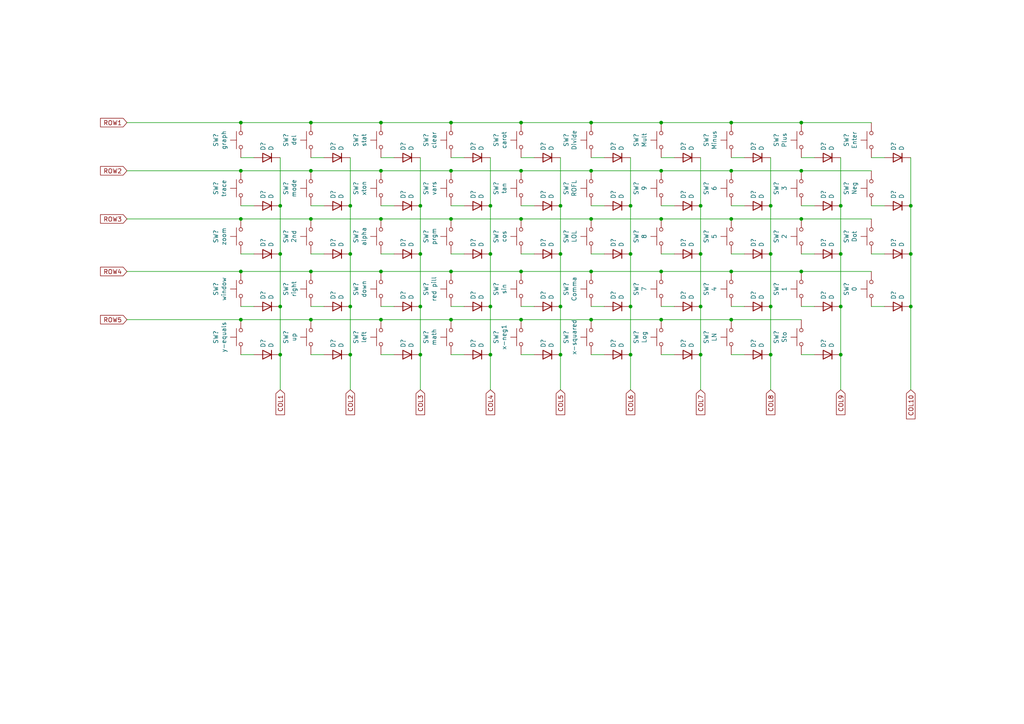
<source format=kicad_sch>
(kicad_sch (version 20211123) (generator eeschema)

  (uuid e6e7d695-8f6e-4cb2-aa73-ee23a7909b9d)

  (paper "A4")

  (lib_symbols
    (symbol "Device:D" (pin_numbers hide) (pin_names (offset 1.016) hide) (in_bom yes) (on_board yes)
      (property "Reference" "D" (id 0) (at 0 2.54 0)
        (effects (font (size 1.27 1.27)))
      )
      (property "Value" "D" (id 1) (at 0 -2.54 0)
        (effects (font (size 1.27 1.27)))
      )
      (property "Footprint" "" (id 2) (at 0 0 0)
        (effects (font (size 1.27 1.27)) hide)
      )
      (property "Datasheet" "~" (id 3) (at 0 0 0)
        (effects (font (size 1.27 1.27)) hide)
      )
      (property "ki_keywords" "diode" (id 4) (at 0 0 0)
        (effects (font (size 1.27 1.27)) hide)
      )
      (property "ki_description" "Diode" (id 5) (at 0 0 0)
        (effects (font (size 1.27 1.27)) hide)
      )
      (property "ki_fp_filters" "TO-???* *_Diode_* *SingleDiode* D_*" (id 6) (at 0 0 0)
        (effects (font (size 1.27 1.27)) hide)
      )
      (symbol "D_0_1"
        (polyline
          (pts
            (xy -1.27 1.27)
            (xy -1.27 -1.27)
          )
          (stroke (width 0.254) (type default) (color 0 0 0 0))
          (fill (type none))
        )
        (polyline
          (pts
            (xy 1.27 0)
            (xy -1.27 0)
          )
          (stroke (width 0) (type default) (color 0 0 0 0))
          (fill (type none))
        )
        (polyline
          (pts
            (xy 1.27 1.27)
            (xy 1.27 -1.27)
            (xy -1.27 0)
            (xy 1.27 1.27)
          )
          (stroke (width 0.254) (type default) (color 0 0 0 0))
          (fill (type none))
        )
      )
      (symbol "D_1_1"
        (pin passive line (at -3.81 0 0) (length 2.54)
          (name "K" (effects (font (size 1.27 1.27))))
          (number "1" (effects (font (size 1.27 1.27))))
        )
        (pin passive line (at 3.81 0 180) (length 2.54)
          (name "A" (effects (font (size 1.27 1.27))))
          (number "2" (effects (font (size 1.27 1.27))))
        )
      )
    )
    (symbol "Switch:SW_Push" (pin_numbers hide) (pin_names (offset 1.016) hide) (in_bom yes) (on_board yes)
      (property "Reference" "SW" (id 0) (at 1.27 2.54 0)
        (effects (font (size 1.27 1.27)) (justify left))
      )
      (property "Value" "SW_Push" (id 1) (at 0 -1.524 0)
        (effects (font (size 1.27 1.27)))
      )
      (property "Footprint" "" (id 2) (at 0 5.08 0)
        (effects (font (size 1.27 1.27)) hide)
      )
      (property "Datasheet" "~" (id 3) (at 0 5.08 0)
        (effects (font (size 1.27 1.27)) hide)
      )
      (property "ki_keywords" "switch normally-open pushbutton push-button" (id 4) (at 0 0 0)
        (effects (font (size 1.27 1.27)) hide)
      )
      (property "ki_description" "Push button switch, generic, two pins" (id 5) (at 0 0 0)
        (effects (font (size 1.27 1.27)) hide)
      )
      (symbol "SW_Push_0_1"
        (circle (center -2.032 0) (radius 0.508)
          (stroke (width 0) (type default) (color 0 0 0 0))
          (fill (type none))
        )
        (polyline
          (pts
            (xy 0 1.27)
            (xy 0 3.048)
          )
          (stroke (width 0) (type default) (color 0 0 0 0))
          (fill (type none))
        )
        (polyline
          (pts
            (xy 2.54 1.27)
            (xy -2.54 1.27)
          )
          (stroke (width 0) (type default) (color 0 0 0 0))
          (fill (type none))
        )
        (circle (center 2.032 0) (radius 0.508)
          (stroke (width 0) (type default) (color 0 0 0 0))
          (fill (type none))
        )
        (pin passive line (at -5.08 0 0) (length 2.54)
          (name "1" (effects (font (size 1.27 1.27))))
          (number "1" (effects (font (size 1.27 1.27))))
        )
        (pin passive line (at 5.08 0 180) (length 2.54)
          (name "2" (effects (font (size 1.27 1.27))))
          (number "2" (effects (font (size 1.27 1.27))))
        )
      )
    )
  )

  (junction (at 81.28 73.66) (diameter 0) (color 0 0 0 0)
    (uuid 0095d113-7d89-4f57-910d-c889bc4b5e9f)
  )
  (junction (at 90.17 92.71) (diameter 0) (color 0 0 0 0)
    (uuid 01523a7f-a226-47e8-a62a-ca8db32211b6)
  )
  (junction (at 223.52 73.66) (diameter 0) (color 0 0 0 0)
    (uuid 042a6349-724a-441e-bbeb-dfb3ea9f914b)
  )
  (junction (at 264.16 59.69) (diameter 0) (color 0 0 0 0)
    (uuid 0975f659-a5ca-41b7-b49e-2ece00ca09b7)
  )
  (junction (at 191.77 63.5) (diameter 0) (color 0 0 0 0)
    (uuid 0eb913cb-2e9c-477b-b795-6ef7b7345402)
  )
  (junction (at 151.13 35.56) (diameter 0) (color 0 0 0 0)
    (uuid 100bf17a-7951-4909-be51-25d2aab32c49)
  )
  (junction (at 81.28 102.87) (diameter 0) (color 0 0 0 0)
    (uuid 1065f7e0-bd74-4f0f-864f-3a54c8defd21)
  )
  (junction (at 171.45 92.71) (diameter 0) (color 0 0 0 0)
    (uuid 117a51b6-2c55-4723-89f1-aaab5ad68184)
  )
  (junction (at 142.24 73.66) (diameter 0) (color 0 0 0 0)
    (uuid 16bf1f26-aef5-4df5-8faf-9304061cf3be)
  )
  (junction (at 212.09 63.5) (diameter 0) (color 0 0 0 0)
    (uuid 17b0d1c8-2c7e-4e8e-a6d4-af773760ea8c)
  )
  (junction (at 110.49 49.53) (diameter 0) (color 0 0 0 0)
    (uuid 1adf793b-8162-417d-8259-7c59b7018665)
  )
  (junction (at 191.77 92.71) (diameter 0) (color 0 0 0 0)
    (uuid 1e483cf8-9e9a-4977-b975-9c07821e4ae7)
  )
  (junction (at 162.56 102.87) (diameter 0) (color 0 0 0 0)
    (uuid 1fb2864f-b256-46af-867a-9f8ec276c368)
  )
  (junction (at 171.45 35.56) (diameter 0) (color 0 0 0 0)
    (uuid 2571744c-2e28-43fd-9810-91e4ae9c71c4)
  )
  (junction (at 121.92 73.66) (diameter 0) (color 0 0 0 0)
    (uuid 2770d0d6-4c61-42a1-8e7e-4dc717e4bd48)
  )
  (junction (at 264.16 88.9) (diameter 0) (color 0 0 0 0)
    (uuid 28d5689c-c25c-4768-a622-ea314098553c)
  )
  (junction (at 203.2 102.87) (diameter 0) (color 0 0 0 0)
    (uuid 309c3a34-6176-4412-9f0d-21307847c3d9)
  )
  (junction (at 121.92 59.69) (diameter 0) (color 0 0 0 0)
    (uuid 31ef99da-f278-4955-9f5c-d59716b95c72)
  )
  (junction (at 232.41 78.74) (diameter 0) (color 0 0 0 0)
    (uuid 34e1c8b4-986a-41b5-9f10-57d50fd5be7d)
  )
  (junction (at 162.56 73.66) (diameter 0) (color 0 0 0 0)
    (uuid 36be91a6-8044-4ebf-9721-6a55c507003b)
  )
  (junction (at 69.85 63.5) (diameter 0) (color 0 0 0 0)
    (uuid 372d2e09-b3fe-4f4f-b96d-3d26dac3acea)
  )
  (junction (at 101.6 88.9) (diameter 0) (color 0 0 0 0)
    (uuid 37b9ce2e-4d75-4217-830d-d5613ad297c1)
  )
  (junction (at 69.85 92.71) (diameter 0) (color 0 0 0 0)
    (uuid 398462be-4c09-4555-9f63-148237d4915b)
  )
  (junction (at 232.41 35.56) (diameter 0) (color 0 0 0 0)
    (uuid 3b5351fd-9c5d-40aa-8159-dcaba4b8f26d)
  )
  (junction (at 90.17 35.56) (diameter 0) (color 0 0 0 0)
    (uuid 3f018137-f280-4090-8054-68205e34947b)
  )
  (junction (at 191.77 35.56) (diameter 0) (color 0 0 0 0)
    (uuid 424d5b31-88ca-4b43-8316-4aec53e16753)
  )
  (junction (at 223.52 88.9) (diameter 0) (color 0 0 0 0)
    (uuid 49a395b1-7df9-4bd2-b445-25d36811d96f)
  )
  (junction (at 212.09 92.71) (diameter 0) (color 0 0 0 0)
    (uuid 4cc0770f-f194-41f8-b176-22eddefde581)
  )
  (junction (at 110.49 78.74) (diameter 0) (color 0 0 0 0)
    (uuid 4da02c8d-67b2-4f7e-8943-7e5e38de96f6)
  )
  (junction (at 69.85 35.56) (diameter 0) (color 0 0 0 0)
    (uuid 4edb851e-efde-494c-8fb0-e0e26c008d36)
  )
  (junction (at 130.81 49.53) (diameter 0) (color 0 0 0 0)
    (uuid 4f996465-fa7d-4813-ba88-475632bb7a03)
  )
  (junction (at 212.09 78.74) (diameter 0) (color 0 0 0 0)
    (uuid 557e7ae7-454a-44fa-b0a1-c62f4f149a8c)
  )
  (junction (at 142.24 102.87) (diameter 0) (color 0 0 0 0)
    (uuid 56d502b9-f2f5-4f4c-ab97-6c37b5c1d249)
  )
  (junction (at 151.13 92.71) (diameter 0) (color 0 0 0 0)
    (uuid 580e31ce-3510-4b70-825a-5bd5888a6eed)
  )
  (junction (at 171.45 78.74) (diameter 0) (color 0 0 0 0)
    (uuid 588c1e41-6e7d-4663-9833-3ee3d386ce28)
  )
  (junction (at 130.81 78.74) (diameter 0) (color 0 0 0 0)
    (uuid 63749987-9507-45e0-95b6-a6f63f98bccb)
  )
  (junction (at 243.84 102.87) (diameter 0) (color 0 0 0 0)
    (uuid 6640c012-d068-4585-bd40-a6b73ed05da5)
  )
  (junction (at 101.6 73.66) (diameter 0) (color 0 0 0 0)
    (uuid 66be1624-724e-49bc-b129-2498e7f252d3)
  )
  (junction (at 243.84 73.66) (diameter 0) (color 0 0 0 0)
    (uuid 6993a097-434f-4b49-b862-84b8c90b2e2f)
  )
  (junction (at 232.41 49.53) (diameter 0) (color 0 0 0 0)
    (uuid 6b4fb8df-f2b2-4c33-863e-aa7d186bda22)
  )
  (junction (at 243.84 59.69) (diameter 0) (color 0 0 0 0)
    (uuid 70570f80-0c54-49d5-9967-7915e4d18654)
  )
  (junction (at 232.41 63.5) (diameter 0) (color 0 0 0 0)
    (uuid 716cfaab-c6c8-4173-b774-c6f296da62d4)
  )
  (junction (at 81.28 88.9) (diameter 0) (color 0 0 0 0)
    (uuid 7546cb99-e6fa-4a36-8ca5-3b84dcdc5f1d)
  )
  (junction (at 243.84 88.9) (diameter 0) (color 0 0 0 0)
    (uuid 81b68914-ca11-4518-bd35-3485616ce6ce)
  )
  (junction (at 121.92 88.9) (diameter 0) (color 0 0 0 0)
    (uuid 863733ec-439c-4787-a366-4fe9d8cc7708)
  )
  (junction (at 101.6 59.69) (diameter 0) (color 0 0 0 0)
    (uuid 881e8aaa-758b-458e-8b1e-30de31297008)
  )
  (junction (at 69.85 78.74) (diameter 0) (color 0 0 0 0)
    (uuid 8b222670-3cd3-412f-b6a8-ae7452a4c8c9)
  )
  (junction (at 212.09 49.53) (diameter 0) (color 0 0 0 0)
    (uuid 8d00b581-ff1f-4274-816b-bc45d0315dfc)
  )
  (junction (at 182.88 59.69) (diameter 0) (color 0 0 0 0)
    (uuid 8d481c59-ef0b-475d-b72b-6f104fc7b12f)
  )
  (junction (at 182.88 102.87) (diameter 0) (color 0 0 0 0)
    (uuid 8ec179dd-d977-40eb-ad00-59717f03fb5b)
  )
  (junction (at 130.81 92.71) (diameter 0) (color 0 0 0 0)
    (uuid 8f6b9b97-ad9a-4e23-bc79-358e52815c9d)
  )
  (junction (at 162.56 59.69) (diameter 0) (color 0 0 0 0)
    (uuid 91071bd0-16af-4d86-8aed-84ac049d36a0)
  )
  (junction (at 223.52 102.87) (diameter 0) (color 0 0 0 0)
    (uuid 95346655-713c-47f9-86ef-c2883667dda4)
  )
  (junction (at 130.81 35.56) (diameter 0) (color 0 0 0 0)
    (uuid 9cb1c00e-8023-4180-8f41-18c01d85db34)
  )
  (junction (at 90.17 49.53) (diameter 0) (color 0 0 0 0)
    (uuid 9f9f4194-805c-4bf1-bcff-426e2b2b3a42)
  )
  (junction (at 151.13 63.5) (diameter 0) (color 0 0 0 0)
    (uuid a0d2b662-e698-4ef4-8caa-9df8121eeba0)
  )
  (junction (at 110.49 92.71) (diameter 0) (color 0 0 0 0)
    (uuid a107871d-e5fc-47bf-8da6-2a69205c2333)
  )
  (junction (at 162.56 88.9) (diameter 0) (color 0 0 0 0)
    (uuid a3ac5024-2e8d-4363-9401-f9f34c79cee5)
  )
  (junction (at 223.52 59.69) (diameter 0) (color 0 0 0 0)
    (uuid a9fab31e-84cd-4bdc-98da-ec32830c608e)
  )
  (junction (at 191.77 49.53) (diameter 0) (color 0 0 0 0)
    (uuid ab2f1ec5-5457-4782-b9f1-aefdc95dc248)
  )
  (junction (at 203.2 88.9) (diameter 0) (color 0 0 0 0)
    (uuid aef09cf9-d2f3-4b91-a66c-474b5d3120a6)
  )
  (junction (at 182.88 88.9) (diameter 0) (color 0 0 0 0)
    (uuid afa4b930-5506-4f12-870e-9a66f04992a5)
  )
  (junction (at 121.92 102.87) (diameter 0) (color 0 0 0 0)
    (uuid b40d7de7-982e-4b5a-9562-d2292bc8b549)
  )
  (junction (at 203.2 73.66) (diameter 0) (color 0 0 0 0)
    (uuid c06c08ed-6273-418a-92c2-7cd466cb5356)
  )
  (junction (at 110.49 63.5) (diameter 0) (color 0 0 0 0)
    (uuid c0de5b61-d537-4224-a70e-094dc4ff2089)
  )
  (junction (at 203.2 59.69) (diameter 0) (color 0 0 0 0)
    (uuid c6ab7022-fdd5-4228-ba5e-68262e633141)
  )
  (junction (at 69.85 49.53) (diameter 0) (color 0 0 0 0)
    (uuid c9313fa6-0f98-4eb9-baeb-f5e40007f933)
  )
  (junction (at 182.88 73.66) (diameter 0) (color 0 0 0 0)
    (uuid ca1e176e-4230-4412-b714-89712f843e00)
  )
  (junction (at 171.45 49.53) (diameter 0) (color 0 0 0 0)
    (uuid cce2877e-55fd-45f6-9c22-0e9e7852c77d)
  )
  (junction (at 142.24 88.9) (diameter 0) (color 0 0 0 0)
    (uuid cff72d18-fb91-42ba-922e-2632c505753e)
  )
  (junction (at 151.13 49.53) (diameter 0) (color 0 0 0 0)
    (uuid d27b833f-19a9-400a-bb92-8879394b6ceb)
  )
  (junction (at 101.6 102.87) (diameter 0) (color 0 0 0 0)
    (uuid d3934b60-afcc-4740-8259-75be42111729)
  )
  (junction (at 191.77 78.74) (diameter 0) (color 0 0 0 0)
    (uuid d9c6eea4-f0f2-4943-9f46-6b5bd498712e)
  )
  (junction (at 110.49 35.56) (diameter 0) (color 0 0 0 0)
    (uuid ddf770d3-2c89-421b-a680-49d34ec93c4e)
  )
  (junction (at 264.16 73.66) (diameter 0) (color 0 0 0 0)
    (uuid e2e94c77-e310-4a88-8936-852f3f150cf7)
  )
  (junction (at 90.17 78.74) (diameter 0) (color 0 0 0 0)
    (uuid e4086fe5-d9af-47e6-9e94-dcaf78451a57)
  )
  (junction (at 171.45 63.5) (diameter 0) (color 0 0 0 0)
    (uuid e605d4d7-1c1e-4df3-a3f7-ed2f891b98cb)
  )
  (junction (at 130.81 63.5) (diameter 0) (color 0 0 0 0)
    (uuid ea3ec7ff-5ab4-4e51-97e7-6c90fab9e1a0)
  )
  (junction (at 142.24 59.69) (diameter 0) (color 0 0 0 0)
    (uuid eca4b10f-9468-4075-8078-e7ef35b1af50)
  )
  (junction (at 90.17 63.5) (diameter 0) (color 0 0 0 0)
    (uuid fbf2db32-7e6f-4717-b7a4-9211dd7e79f6)
  )
  (junction (at 151.13 78.74) (diameter 0) (color 0 0 0 0)
    (uuid fce1d2a8-5443-420a-a670-e9aef6cc160f)
  )
  (junction (at 212.09 35.56) (diameter 0) (color 0 0 0 0)
    (uuid fe2c47f7-f9dc-44b7-9969-8cc9c889934b)
  )
  (junction (at 81.28 59.69) (diameter 0) (color 0 0 0 0)
    (uuid ff863d6e-37b3-424c-90b5-80aa56068a81)
  )

  (wire (pts (xy 203.2 59.69) (xy 203.2 73.66))
    (stroke (width 0) (type default) (color 0 0 0 0))
    (uuid 00552838-e547-4db1-81e4-224598daa9f6)
  )
  (wire (pts (xy 182.88 45.72) (xy 182.88 59.69))
    (stroke (width 0) (type default) (color 0 0 0 0))
    (uuid 022fd48e-5adf-4517-be85-752807a48858)
  )
  (wire (pts (xy 171.45 88.9) (xy 175.26 88.9))
    (stroke (width 0) (type default) (color 0 0 0 0))
    (uuid 08c483bd-c3c8-40ea-9665-3a1e8ab46a42)
  )
  (wire (pts (xy 243.84 59.69) (xy 243.84 73.66))
    (stroke (width 0) (type default) (color 0 0 0 0))
    (uuid 0bac4736-a39a-499e-8a13-eac8b6c8abee)
  )
  (wire (pts (xy 182.88 88.9) (xy 182.88 102.87))
    (stroke (width 0) (type default) (color 0 0 0 0))
    (uuid 0c6f7d0c-52aa-4e23-a811-1c0b368cce06)
  )
  (wire (pts (xy 191.77 78.74) (xy 212.09 78.74))
    (stroke (width 0) (type default) (color 0 0 0 0))
    (uuid 0d419bbd-3b88-4761-88d0-1d34732cfe4e)
  )
  (wire (pts (xy 191.77 63.5) (xy 212.09 63.5))
    (stroke (width 0) (type default) (color 0 0 0 0))
    (uuid 0df0949b-10ea-45bc-a8d2-1580cb661975)
  )
  (wire (pts (xy 171.45 49.53) (xy 191.77 49.53))
    (stroke (width 0) (type default) (color 0 0 0 0))
    (uuid 120e4ed9-18e6-4f8b-9956-75004885aa94)
  )
  (wire (pts (xy 162.56 45.72) (xy 162.56 59.69))
    (stroke (width 0) (type default) (color 0 0 0 0))
    (uuid 138a1695-c497-47a5-86e3-3bc6ac80c035)
  )
  (wire (pts (xy 151.13 88.9) (xy 154.94 88.9))
    (stroke (width 0) (type default) (color 0 0 0 0))
    (uuid 151d850f-b13d-4d6b-85f2-b59ffdd0cee4)
  )
  (wire (pts (xy 191.77 45.72) (xy 195.58 45.72))
    (stroke (width 0) (type default) (color 0 0 0 0))
    (uuid 177d37af-6a7c-4432-a84e-671caeda7d97)
  )
  (wire (pts (xy 81.28 45.72) (xy 81.28 59.69))
    (stroke (width 0) (type default) (color 0 0 0 0))
    (uuid 19bcad94-0075-4d62-a06a-ce3a3b33a67c)
  )
  (wire (pts (xy 36.83 63.5) (xy 69.85 63.5))
    (stroke (width 0) (type default) (color 0 0 0 0))
    (uuid 1a51930b-c757-47c1-8f9d-581f6bdcafc6)
  )
  (wire (pts (xy 151.13 92.71) (xy 171.45 92.71))
    (stroke (width 0) (type default) (color 0 0 0 0))
    (uuid 1bbff183-1289-4158-a3fa-b58a42443e9c)
  )
  (wire (pts (xy 171.45 78.74) (xy 191.77 78.74))
    (stroke (width 0) (type default) (color 0 0 0 0))
    (uuid 1f8aeb9b-3607-4d38-a667-648ed5333715)
  )
  (wire (pts (xy 243.84 88.9) (xy 243.84 102.87))
    (stroke (width 0) (type default) (color 0 0 0 0))
    (uuid 1fef2fed-71d4-439b-9efd-a42fab5a45ba)
  )
  (wire (pts (xy 171.45 102.87) (xy 175.26 102.87))
    (stroke (width 0) (type default) (color 0 0 0 0))
    (uuid 207f3b04-5d05-4d5e-a65c-613b60a18274)
  )
  (wire (pts (xy 69.85 102.87) (xy 73.66 102.87))
    (stroke (width 0) (type default) (color 0 0 0 0))
    (uuid 217a1dc6-d4ba-42b7-9893-0279a2082f4f)
  )
  (wire (pts (xy 69.85 45.72) (xy 73.66 45.72))
    (stroke (width 0) (type default) (color 0 0 0 0))
    (uuid 21cb99ad-0293-4f6a-9e23-d3b32a50fc7f)
  )
  (wire (pts (xy 264.16 88.9) (xy 264.16 113.03))
    (stroke (width 0) (type default) (color 0 0 0 0))
    (uuid 22b1de04-8569-4217-8ac3-f7793cc9fe35)
  )
  (wire (pts (xy 191.77 92.71) (xy 212.09 92.71))
    (stroke (width 0) (type default) (color 0 0 0 0))
    (uuid 276cfdbc-d044-4e22-abe1-37f5b8528c44)
  )
  (wire (pts (xy 151.13 59.69) (xy 154.94 59.69))
    (stroke (width 0) (type default) (color 0 0 0 0))
    (uuid 28ca1462-39c5-4747-ad66-44764cfbfefe)
  )
  (wire (pts (xy 142.24 88.9) (xy 142.24 102.87))
    (stroke (width 0) (type default) (color 0 0 0 0))
    (uuid 2c6f1581-0a5b-4aa9-ac01-a3c6523bd285)
  )
  (wire (pts (xy 69.85 49.53) (xy 90.17 49.53))
    (stroke (width 0) (type default) (color 0 0 0 0))
    (uuid 2dc6283f-f4ae-4440-a33f-618e80a4c946)
  )
  (wire (pts (xy 101.6 73.66) (xy 101.6 88.9))
    (stroke (width 0) (type default) (color 0 0 0 0))
    (uuid 32342196-c6f5-4b44-a587-5b553f239143)
  )
  (wire (pts (xy 110.49 92.71) (xy 130.81 92.71))
    (stroke (width 0) (type default) (color 0 0 0 0))
    (uuid 32b51e24-0bfb-4ebb-b189-f8ecc3a5e18c)
  )
  (wire (pts (xy 191.77 88.9) (xy 195.58 88.9))
    (stroke (width 0) (type default) (color 0 0 0 0))
    (uuid 3385946a-f3fa-4cb3-b5c9-23be2c141d27)
  )
  (wire (pts (xy 110.49 49.53) (xy 130.81 49.53))
    (stroke (width 0) (type default) (color 0 0 0 0))
    (uuid 3502532b-0d7c-44bc-a717-7c29d52d97a5)
  )
  (wire (pts (xy 130.81 45.72) (xy 134.62 45.72))
    (stroke (width 0) (type default) (color 0 0 0 0))
    (uuid 35989a1e-3c50-4f51-9477-ea0989ea636b)
  )
  (wire (pts (xy 212.09 102.87) (xy 215.9 102.87))
    (stroke (width 0) (type default) (color 0 0 0 0))
    (uuid 362027fd-838e-4adf-bb59-90b12c2f837e)
  )
  (wire (pts (xy 223.52 45.72) (xy 223.52 59.69))
    (stroke (width 0) (type default) (color 0 0 0 0))
    (uuid 3b7f21af-7965-447d-b386-4e3072d7e868)
  )
  (wire (pts (xy 90.17 78.74) (xy 110.49 78.74))
    (stroke (width 0) (type default) (color 0 0 0 0))
    (uuid 408f4c79-cc02-4b83-bdda-5c3f7fc03f97)
  )
  (wire (pts (xy 81.28 88.9) (xy 81.28 102.87))
    (stroke (width 0) (type default) (color 0 0 0 0))
    (uuid 40ac7cf9-d17c-4c1e-9755-b8e61a182be9)
  )
  (wire (pts (xy 162.56 113.03) (xy 162.56 102.87))
    (stroke (width 0) (type default) (color 0 0 0 0))
    (uuid 40aef6d2-bb20-4c8f-a139-8bdded259c01)
  )
  (wire (pts (xy 121.92 88.9) (xy 121.92 102.87))
    (stroke (width 0) (type default) (color 0 0 0 0))
    (uuid 436b60a6-7071-4b03-a984-aec2e60c48f0)
  )
  (wire (pts (xy 203.2 45.72) (xy 203.2 59.69))
    (stroke (width 0) (type default) (color 0 0 0 0))
    (uuid 44c3f53b-44c2-4647-8bff-7b748b2b6e6a)
  )
  (wire (pts (xy 151.13 73.66) (xy 154.94 73.66))
    (stroke (width 0) (type default) (color 0 0 0 0))
    (uuid 481aa697-d87a-44a6-ace7-2ac4561cf197)
  )
  (wire (pts (xy 162.56 88.9) (xy 162.56 102.87))
    (stroke (width 0) (type default) (color 0 0 0 0))
    (uuid 4bda5e6a-7589-4519-9c2c-e10c55331338)
  )
  (wire (pts (xy 232.41 59.69) (xy 236.22 59.69))
    (stroke (width 0) (type default) (color 0 0 0 0))
    (uuid 4d0671d3-b30f-4699-b22a-c7ffd4a593ed)
  )
  (wire (pts (xy 151.13 63.5) (xy 171.45 63.5))
    (stroke (width 0) (type default) (color 0 0 0 0))
    (uuid 4e5a5802-4d89-4ae0-973f-a235b0b7db62)
  )
  (wire (pts (xy 162.56 59.69) (xy 162.56 73.66))
    (stroke (width 0) (type default) (color 0 0 0 0))
    (uuid 51ee4514-855a-4ab8-9219-010b97cd0cb9)
  )
  (wire (pts (xy 142.24 59.69) (xy 142.24 73.66))
    (stroke (width 0) (type default) (color 0 0 0 0))
    (uuid 5384df70-f9a3-4352-ab08-7620919503d5)
  )
  (wire (pts (xy 101.6 59.69) (xy 101.6 73.66))
    (stroke (width 0) (type default) (color 0 0 0 0))
    (uuid 53f1a01a-ab00-470b-871b-16512f4395a9)
  )
  (wire (pts (xy 151.13 35.56) (xy 171.45 35.56))
    (stroke (width 0) (type default) (color 0 0 0 0))
    (uuid 543da581-a86c-45d5-b4c2-bf756c0a8718)
  )
  (wire (pts (xy 232.41 63.5) (xy 252.73 63.5))
    (stroke (width 0) (type default) (color 0 0 0 0))
    (uuid 58ef440b-b2d1-46c5-b99b-6775cdfff66e)
  )
  (wire (pts (xy 243.84 113.03) (xy 243.84 102.87))
    (stroke (width 0) (type default) (color 0 0 0 0))
    (uuid 5927623a-fcd9-40d7-8469-680baf662bfc)
  )
  (wire (pts (xy 90.17 35.56) (xy 110.49 35.56))
    (stroke (width 0) (type default) (color 0 0 0 0))
    (uuid 5ef4d21c-73b2-4ec8-b850-60e6ed1d0095)
  )
  (wire (pts (xy 130.81 63.5) (xy 151.13 63.5))
    (stroke (width 0) (type default) (color 0 0 0 0))
    (uuid 6160d20e-6fde-4da3-99b1-8054ca419876)
  )
  (wire (pts (xy 81.28 113.03) (xy 81.28 102.87))
    (stroke (width 0) (type default) (color 0 0 0 0))
    (uuid 667fd1b1-7426-4503-b11a-a8c34c05dd8c)
  )
  (wire (pts (xy 151.13 49.53) (xy 171.45 49.53))
    (stroke (width 0) (type default) (color 0 0 0 0))
    (uuid 672d3edf-edac-48a5-9b9d-4eb9bf0c4e43)
  )
  (wire (pts (xy 130.81 35.56) (xy 151.13 35.56))
    (stroke (width 0) (type default) (color 0 0 0 0))
    (uuid 67f2443e-cce9-48af-a1ab-1d8234954326)
  )
  (wire (pts (xy 212.09 73.66) (xy 215.9 73.66))
    (stroke (width 0) (type default) (color 0 0 0 0))
    (uuid 6a39c4be-fdca-4ded-ab38-899bc83892cd)
  )
  (wire (pts (xy 232.41 102.87) (xy 236.22 102.87))
    (stroke (width 0) (type default) (color 0 0 0 0))
    (uuid 6a9195a7-70ea-4817-b3f0-a6dbc3a4970e)
  )
  (wire (pts (xy 121.92 113.03) (xy 121.92 102.87))
    (stroke (width 0) (type default) (color 0 0 0 0))
    (uuid 6b8aaf92-c679-4896-bba6-2eafbc4cf14a)
  )
  (wire (pts (xy 142.24 73.66) (xy 142.24 88.9))
    (stroke (width 0) (type default) (color 0 0 0 0))
    (uuid 6cdbd579-78aa-4cc8-b8f2-636bba9d97f2)
  )
  (wire (pts (xy 110.49 73.66) (xy 114.3 73.66))
    (stroke (width 0) (type default) (color 0 0 0 0))
    (uuid 6f7723ab-9b81-43f3-b744-74764fc3ce28)
  )
  (wire (pts (xy 171.45 45.72) (xy 175.26 45.72))
    (stroke (width 0) (type default) (color 0 0 0 0))
    (uuid 710728c3-517c-4242-b364-9c27e4dce61d)
  )
  (wire (pts (xy 191.77 102.87) (xy 195.58 102.87))
    (stroke (width 0) (type default) (color 0 0 0 0))
    (uuid 740f3033-0834-4276-b08a-c05c8f38c83c)
  )
  (wire (pts (xy 142.24 113.03) (xy 142.24 102.87))
    (stroke (width 0) (type default) (color 0 0 0 0))
    (uuid 74529c39-b8c8-4775-88c5-bf1210f74e64)
  )
  (wire (pts (xy 171.45 63.5) (xy 191.77 63.5))
    (stroke (width 0) (type default) (color 0 0 0 0))
    (uuid 74533a9e-591a-415d-88a9-e4b95f02a9c4)
  )
  (wire (pts (xy 223.52 113.03) (xy 223.52 102.87))
    (stroke (width 0) (type default) (color 0 0 0 0))
    (uuid 75898063-b4ef-4585-9378-342c1c23236b)
  )
  (wire (pts (xy 110.49 59.69) (xy 114.3 59.69))
    (stroke (width 0) (type default) (color 0 0 0 0))
    (uuid 75d8c0d5-e86c-44bd-bf43-4b973fd0585c)
  )
  (wire (pts (xy 232.41 45.72) (xy 236.22 45.72))
    (stroke (width 0) (type default) (color 0 0 0 0))
    (uuid 7607d9e9-9724-4988-a433-62562a2d21e5)
  )
  (wire (pts (xy 232.41 78.74) (xy 252.73 78.74))
    (stroke (width 0) (type default) (color 0 0 0 0))
    (uuid 7d63d196-f88a-44df-ae72-e1ac345d0cd8)
  )
  (wire (pts (xy 212.09 49.53) (xy 232.41 49.53))
    (stroke (width 0) (type default) (color 0 0 0 0))
    (uuid 7e9d8d6f-e761-4fb8-98d8-2eefd3d6986d)
  )
  (wire (pts (xy 69.85 78.74) (xy 90.17 78.74))
    (stroke (width 0) (type default) (color 0 0 0 0))
    (uuid 7f2ba874-cde7-4592-80a9-8afad668c11e)
  )
  (wire (pts (xy 151.13 102.87) (xy 154.94 102.87))
    (stroke (width 0) (type default) (color 0 0 0 0))
    (uuid 80e0b6ee-0969-45dc-8a07-7957911ff62d)
  )
  (wire (pts (xy 212.09 35.56) (xy 232.41 35.56))
    (stroke (width 0) (type default) (color 0 0 0 0))
    (uuid 81951985-c6a6-456e-9f9f-6df1b6433365)
  )
  (wire (pts (xy 110.49 35.56) (xy 130.81 35.56))
    (stroke (width 0) (type default) (color 0 0 0 0))
    (uuid 81ba275d-9955-4190-880f-dc251496ba46)
  )
  (wire (pts (xy 130.81 92.71) (xy 151.13 92.71))
    (stroke (width 0) (type default) (color 0 0 0 0))
    (uuid 82ff2319-1c11-400b-a889-a3ceb853d840)
  )
  (wire (pts (xy 130.81 59.69) (xy 134.62 59.69))
    (stroke (width 0) (type default) (color 0 0 0 0))
    (uuid 86cbedc8-0826-46dc-bedb-27e5fbb27041)
  )
  (wire (pts (xy 36.83 35.56) (xy 69.85 35.56))
    (stroke (width 0) (type default) (color 0 0 0 0))
    (uuid 86dde403-4883-4242-bcef-5f73f9e5ffdd)
  )
  (wire (pts (xy 223.52 88.9) (xy 223.52 102.87))
    (stroke (width 0) (type default) (color 0 0 0 0))
    (uuid 88da4feb-5ac5-4c93-8129-1e77912cab38)
  )
  (wire (pts (xy 90.17 102.87) (xy 93.98 102.87))
    (stroke (width 0) (type default) (color 0 0 0 0))
    (uuid 89a303da-ca77-4e38-9ca8-8ec1e22c428c)
  )
  (wire (pts (xy 191.77 73.66) (xy 195.58 73.66))
    (stroke (width 0) (type default) (color 0 0 0 0))
    (uuid 8b4f3ce8-1650-4421-9e4c-a79f980611db)
  )
  (wire (pts (xy 121.92 73.66) (xy 121.92 88.9))
    (stroke (width 0) (type default) (color 0 0 0 0))
    (uuid 8b69093e-1076-4b41-a6cc-828427ecc2f9)
  )
  (wire (pts (xy 90.17 73.66) (xy 93.98 73.66))
    (stroke (width 0) (type default) (color 0 0 0 0))
    (uuid 8b9b5d72-71b4-4021-b022-a0b89d09b3c8)
  )
  (wire (pts (xy 130.81 49.53) (xy 151.13 49.53))
    (stroke (width 0) (type default) (color 0 0 0 0))
    (uuid 8bfc1132-ae3b-40a7-a7a6-2165679c6692)
  )
  (wire (pts (xy 232.41 35.56) (xy 252.73 35.56))
    (stroke (width 0) (type default) (color 0 0 0 0))
    (uuid 8d79835d-aa9f-4ff8-8516-3d3dced6037e)
  )
  (wire (pts (xy 212.09 78.74) (xy 232.41 78.74))
    (stroke (width 0) (type default) (color 0 0 0 0))
    (uuid 93a2c4f1-6ed3-478d-becf-ca53c75fafa9)
  )
  (wire (pts (xy 142.24 45.72) (xy 142.24 59.69))
    (stroke (width 0) (type default) (color 0 0 0 0))
    (uuid 94a444ab-6691-48b5-a646-aa300ff68496)
  )
  (wire (pts (xy 212.09 88.9) (xy 215.9 88.9))
    (stroke (width 0) (type default) (color 0 0 0 0))
    (uuid 94dd523f-5529-4374-bb00-a68226b4e5f7)
  )
  (wire (pts (xy 101.6 45.72) (xy 101.6 59.69))
    (stroke (width 0) (type default) (color 0 0 0 0))
    (uuid 957b0997-273c-4207-b882-1c8a6699bef3)
  )
  (wire (pts (xy 182.88 59.69) (xy 182.88 73.66))
    (stroke (width 0) (type default) (color 0 0 0 0))
    (uuid 960d231c-d8b4-44a6-89ee-5c9c3c3c9d72)
  )
  (wire (pts (xy 171.45 92.71) (xy 191.77 92.71))
    (stroke (width 0) (type default) (color 0 0 0 0))
    (uuid 972b9934-2799-48dd-84f4-d5e9e0fde6c9)
  )
  (wire (pts (xy 90.17 49.53) (xy 110.49 49.53))
    (stroke (width 0) (type default) (color 0 0 0 0))
    (uuid 97ee546b-c124-496c-a249-30d6d3e123b7)
  )
  (wire (pts (xy 90.17 59.69) (xy 93.98 59.69))
    (stroke (width 0) (type default) (color 0 0 0 0))
    (uuid 97fb69da-7069-4c32-8ccf-9bcf607f1032)
  )
  (wire (pts (xy 264.16 73.66) (xy 264.16 88.9))
    (stroke (width 0) (type default) (color 0 0 0 0))
    (uuid 98ed307b-1c82-4cb4-b6e0-b6d874ca2db2)
  )
  (wire (pts (xy 264.16 59.69) (xy 264.16 73.66))
    (stroke (width 0) (type default) (color 0 0 0 0))
    (uuid 9d45a3de-e7ce-47f3-8810-85d614de7ec5)
  )
  (wire (pts (xy 130.81 78.74) (xy 151.13 78.74))
    (stroke (width 0) (type default) (color 0 0 0 0))
    (uuid 9f2282c3-0acc-4d31-be9a-0ff2f5891b76)
  )
  (wire (pts (xy 110.49 63.5) (xy 130.81 63.5))
    (stroke (width 0) (type default) (color 0 0 0 0))
    (uuid a0e1e0fd-9454-4488-a8e5-72d7ab0150a6)
  )
  (wire (pts (xy 171.45 73.66) (xy 175.26 73.66))
    (stroke (width 0) (type default) (color 0 0 0 0))
    (uuid a15da288-795e-497a-8e6b-e8012bc97551)
  )
  (wire (pts (xy 130.81 73.66) (xy 134.62 73.66))
    (stroke (width 0) (type default) (color 0 0 0 0))
    (uuid a2c745ae-90db-4f7c-b3ad-83cabc1225ea)
  )
  (wire (pts (xy 182.88 113.03) (xy 182.88 102.87))
    (stroke (width 0) (type default) (color 0 0 0 0))
    (uuid a35755c8-1f5b-4f2c-b6aa-5cb5dbb9bfba)
  )
  (wire (pts (xy 69.85 73.66) (xy 73.66 73.66))
    (stroke (width 0) (type default) (color 0 0 0 0))
    (uuid a3db2d03-5f9b-4acb-bff2-e0701438dc32)
  )
  (wire (pts (xy 36.83 92.71) (xy 69.85 92.71))
    (stroke (width 0) (type default) (color 0 0 0 0))
    (uuid a93c559b-4f1d-4309-b793-df35a528ad8d)
  )
  (wire (pts (xy 162.56 73.66) (xy 162.56 88.9))
    (stroke (width 0) (type default) (color 0 0 0 0))
    (uuid a9507b76-892d-4fec-b53f-bdb22c76a97f)
  )
  (wire (pts (xy 203.2 73.66) (xy 203.2 88.9))
    (stroke (width 0) (type default) (color 0 0 0 0))
    (uuid abd0ae4c-3d25-4333-a82f-a1a4c9094019)
  )
  (wire (pts (xy 81.28 73.66) (xy 81.28 88.9))
    (stroke (width 0) (type default) (color 0 0 0 0))
    (uuid acf3d7d5-669c-432b-8e32-e58da6213d7d)
  )
  (wire (pts (xy 212.09 45.72) (xy 215.9 45.72))
    (stroke (width 0) (type default) (color 0 0 0 0))
    (uuid b4cce196-a374-4f98-aba5-d5d3d10f22d8)
  )
  (wire (pts (xy 90.17 63.5) (xy 110.49 63.5))
    (stroke (width 0) (type default) (color 0 0 0 0))
    (uuid b4d677d4-51ef-4903-9a2d-4edb7f203808)
  )
  (wire (pts (xy 130.81 102.87) (xy 134.62 102.87))
    (stroke (width 0) (type default) (color 0 0 0 0))
    (uuid b5a27787-c8d0-40e8-979a-f0ae631f9333)
  )
  (wire (pts (xy 101.6 88.9) (xy 101.6 102.87))
    (stroke (width 0) (type default) (color 0 0 0 0))
    (uuid b67189bd-47d0-45c6-9b94-c8db2bb97af8)
  )
  (wire (pts (xy 243.84 45.72) (xy 243.84 59.69))
    (stroke (width 0) (type default) (color 0 0 0 0))
    (uuid b8bfff2e-3681-420c-bb4f-f338ee8a3ad3)
  )
  (wire (pts (xy 212.09 92.71) (xy 232.41 92.71))
    (stroke (width 0) (type default) (color 0 0 0 0))
    (uuid b9dd658e-e177-428e-9914-036a79ae9496)
  )
  (wire (pts (xy 203.2 88.9) (xy 203.2 102.87))
    (stroke (width 0) (type default) (color 0 0 0 0))
    (uuid b9ddad7f-5981-451d-b103-cbc807f6c9a4)
  )
  (wire (pts (xy 252.73 45.72) (xy 256.54 45.72))
    (stroke (width 0) (type default) (color 0 0 0 0))
    (uuid ba86970c-1056-41ef-848c-189170aa5b6a)
  )
  (wire (pts (xy 252.73 88.9) (xy 256.54 88.9))
    (stroke (width 0) (type default) (color 0 0 0 0))
    (uuid bb58a7fc-e492-4ba0-a0c4-42ea731739c9)
  )
  (wire (pts (xy 101.6 113.03) (xy 101.6 102.87))
    (stroke (width 0) (type default) (color 0 0 0 0))
    (uuid bc45e72e-54bf-49e8-8a93-6241b1e08251)
  )
  (wire (pts (xy 171.45 59.69) (xy 175.26 59.69))
    (stroke (width 0) (type default) (color 0 0 0 0))
    (uuid bcd80f38-1bad-4113-b457-97977d4efae5)
  )
  (wire (pts (xy 151.13 78.74) (xy 171.45 78.74))
    (stroke (width 0) (type default) (color 0 0 0 0))
    (uuid bf268803-81da-4784-a406-92c683be174b)
  )
  (wire (pts (xy 151.13 45.72) (xy 154.94 45.72))
    (stroke (width 0) (type default) (color 0 0 0 0))
    (uuid c15ac94f-af7d-493c-bcaa-94149ccacdc5)
  )
  (wire (pts (xy 110.49 78.74) (xy 130.81 78.74))
    (stroke (width 0) (type default) (color 0 0 0 0))
    (uuid c2e0acde-d8b3-4021-ac52-1fe141dd8482)
  )
  (wire (pts (xy 90.17 92.71) (xy 110.49 92.71))
    (stroke (width 0) (type default) (color 0 0 0 0))
    (uuid c50d42b9-c969-4e15-9b7d-5e1eecb8a64b)
  )
  (wire (pts (xy 90.17 45.72) (xy 93.98 45.72))
    (stroke (width 0) (type default) (color 0 0 0 0))
    (uuid c616c307-11b3-4484-aae7-e92f9aa2bd6e)
  )
  (wire (pts (xy 212.09 63.5) (xy 232.41 63.5))
    (stroke (width 0) (type default) (color 0 0 0 0))
    (uuid c8b4efa6-7e2d-49b7-88ea-57bc93a05e97)
  )
  (wire (pts (xy 69.85 88.9) (xy 73.66 88.9))
    (stroke (width 0) (type default) (color 0 0 0 0))
    (uuid d1305d5a-0506-4cb9-b1de-6e38cfd9f043)
  )
  (wire (pts (xy 223.52 59.69) (xy 223.52 73.66))
    (stroke (width 0) (type default) (color 0 0 0 0))
    (uuid d153cf8f-3cfc-4866-8bb5-6e189efc6334)
  )
  (wire (pts (xy 191.77 35.56) (xy 212.09 35.56))
    (stroke (width 0) (type default) (color 0 0 0 0))
    (uuid d29b7e20-5368-45ff-b3e8-4ff7313bdfc2)
  )
  (wire (pts (xy 110.49 88.9) (xy 114.3 88.9))
    (stroke (width 0) (type default) (color 0 0 0 0))
    (uuid d2d5338e-529d-4976-925a-a09baa20282a)
  )
  (wire (pts (xy 69.85 63.5) (xy 90.17 63.5))
    (stroke (width 0) (type default) (color 0 0 0 0))
    (uuid d7bc9a76-1529-4fc3-aacb-05564eb489d1)
  )
  (wire (pts (xy 110.49 102.87) (xy 114.3 102.87))
    (stroke (width 0) (type default) (color 0 0 0 0))
    (uuid d845e404-b3b0-457e-b2e2-8a287f55f4e4)
  )
  (wire (pts (xy 212.09 59.69) (xy 215.9 59.69))
    (stroke (width 0) (type default) (color 0 0 0 0))
    (uuid d8a523ab-3d89-44b9-8b26-e4a9532c591d)
  )
  (wire (pts (xy 36.83 78.74) (xy 69.85 78.74))
    (stroke (width 0) (type default) (color 0 0 0 0))
    (uuid d975ef68-3eef-4b3e-a5a4-6c8ac6a28d45)
  )
  (wire (pts (xy 130.81 88.9) (xy 134.62 88.9))
    (stroke (width 0) (type default) (color 0 0 0 0))
    (uuid dba5edf9-81de-4c3e-888c-282a5554e8af)
  )
  (wire (pts (xy 182.88 73.66) (xy 182.88 88.9))
    (stroke (width 0) (type default) (color 0 0 0 0))
    (uuid dd7bbbdf-2ab2-4ebc-a38f-f71d4913409d)
  )
  (wire (pts (xy 69.85 92.71) (xy 90.17 92.71))
    (stroke (width 0) (type default) (color 0 0 0 0))
    (uuid de268494-d8df-4048-8e82-8343b42749bc)
  )
  (wire (pts (xy 90.17 88.9) (xy 93.98 88.9))
    (stroke (width 0) (type default) (color 0 0 0 0))
    (uuid e338df40-9776-46c6-b20f-770909c91b96)
  )
  (wire (pts (xy 203.2 113.03) (xy 203.2 102.87))
    (stroke (width 0) (type default) (color 0 0 0 0))
    (uuid e5b8ac1a-5998-4e2b-83db-2fd29f09c469)
  )
  (wire (pts (xy 110.49 45.72) (xy 114.3 45.72))
    (stroke (width 0) (type default) (color 0 0 0 0))
    (uuid e5c74963-49b9-4041-a2af-faa3534e80bb)
  )
  (wire (pts (xy 81.28 59.69) (xy 81.28 73.66))
    (stroke (width 0) (type default) (color 0 0 0 0))
    (uuid e6edf7d0-8b7d-4134-9863-22fedb6ebcfe)
  )
  (wire (pts (xy 232.41 73.66) (xy 236.22 73.66))
    (stroke (width 0) (type default) (color 0 0 0 0))
    (uuid e6f05f47-2866-4e5a-9821-68725acf8905)
  )
  (wire (pts (xy 243.84 73.66) (xy 243.84 88.9))
    (stroke (width 0) (type default) (color 0 0 0 0))
    (uuid e6f2e997-3fd7-4640-aeb8-b136649d4865)
  )
  (wire (pts (xy 232.41 88.9) (xy 236.22 88.9))
    (stroke (width 0) (type default) (color 0 0 0 0))
    (uuid e76cc800-0d1c-4376-8ec2-4c7cbf02c5ce)
  )
  (wire (pts (xy 252.73 59.69) (xy 256.54 59.69))
    (stroke (width 0) (type default) (color 0 0 0 0))
    (uuid e80761a4-4588-4895-bc8d-7d46417c697d)
  )
  (wire (pts (xy 69.85 35.56) (xy 90.17 35.56))
    (stroke (width 0) (type default) (color 0 0 0 0))
    (uuid ea80bedf-fac8-43e4-983c-f1606bc1b426)
  )
  (wire (pts (xy 191.77 59.69) (xy 195.58 59.69))
    (stroke (width 0) (type default) (color 0 0 0 0))
    (uuid eaa3f6bf-38b4-49e2-a6c5-e35451af8923)
  )
  (wire (pts (xy 121.92 59.69) (xy 121.92 73.66))
    (stroke (width 0) (type default) (color 0 0 0 0))
    (uuid ef205e60-ffeb-4070-ae2b-0672f13cd9ec)
  )
  (wire (pts (xy 232.41 49.53) (xy 252.73 49.53))
    (stroke (width 0) (type default) (color 0 0 0 0))
    (uuid f04dc456-a879-4ed4-85bd-63414fae3c54)
  )
  (wire (pts (xy 191.77 49.53) (xy 212.09 49.53))
    (stroke (width 0) (type default) (color 0 0 0 0))
    (uuid f0eeb323-482c-4f90-b194-d5a44bbfc1c8)
  )
  (wire (pts (xy 69.85 59.69) (xy 73.66 59.69))
    (stroke (width 0) (type default) (color 0 0 0 0))
    (uuid f34054ce-48ca-439e-a26e-cfc59c031585)
  )
  (wire (pts (xy 264.16 45.72) (xy 264.16 59.69))
    (stroke (width 0) (type default) (color 0 0 0 0))
    (uuid f4f16dc8-92d4-4be4-9f1a-ba70092b074d)
  )
  (wire (pts (xy 171.45 35.56) (xy 191.77 35.56))
    (stroke (width 0) (type default) (color 0 0 0 0))
    (uuid f558e181-2dde-4678-862f-01f18a240295)
  )
  (wire (pts (xy 121.92 45.72) (xy 121.92 59.69))
    (stroke (width 0) (type default) (color 0 0 0 0))
    (uuid f5f9eb78-e485-4562-a510-2d20d20efbc1)
  )
  (wire (pts (xy 223.52 73.66) (xy 223.52 88.9))
    (stroke (width 0) (type default) (color 0 0 0 0))
    (uuid f77233ca-f03f-4486-be06-7ba055ac29c5)
  )
  (wire (pts (xy 252.73 73.66) (xy 256.54 73.66))
    (stroke (width 0) (type default) (color 0 0 0 0))
    (uuid fc45f7ed-b122-4152-822e-8c77cda4c79a)
  )
  (wire (pts (xy 36.83 49.53) (xy 69.85 49.53))
    (stroke (width 0) (type default) (color 0 0 0 0))
    (uuid fdf4e5e5-ce2c-447d-bb90-a5b6b60c83c5)
  )

  (global_label "ROW4" (shape input) (at 36.83 78.74 180) (fields_autoplaced)
    (effects (font (size 1.27 1.27)) (justify right))
    (uuid 0019f8c4-b627-4889-8b1d-f0ad535f96d5)
    (property "Intersheet References" "${INTERSHEET_REFS}" (id 0) (at 6.35 13.97 0)
      (effects (font (size 1.27 1.27)) hide)
    )
  )
  (global_label "ROW1" (shape input) (at 36.83 35.56 180) (fields_autoplaced)
    (effects (font (size 1.27 1.27)) (justify right))
    (uuid 22838be6-df39-4dd4-b635-e2c9cb081b5b)
    (property "Intersheet References" "${INTERSHEET_REFS}" (id 0) (at 6.35 13.97 0)
      (effects (font (size 1.27 1.27)) hide)
    )
  )
  (global_label "COL6" (shape input) (at 182.88 113.03 270) (fields_autoplaced)
    (effects (font (size 1.27 1.27)) (justify right))
    (uuid 3ea83eed-5ea3-4ec3-9267-c173c6c294eb)
    (property "Intersheet References" "${INTERSHEET_REFS}" (id 0) (at 6.35 13.97 0)
      (effects (font (size 1.27 1.27)) hide)
    )
  )
  (global_label "COL10" (shape input) (at 264.16 113.03 270) (fields_autoplaced)
    (effects (font (size 1.27 1.27)) (justify right))
    (uuid 46d8e19f-3930-40b6-8592-f13dd41f9f03)
    (property "Intersheet References" "${INTERSHEET_REFS}" (id 0) (at 6.35 13.97 0)
      (effects (font (size 1.27 1.27)) hide)
    )
  )
  (global_label "COL9" (shape input) (at 243.84 113.03 270) (fields_autoplaced)
    (effects (font (size 1.27 1.27)) (justify right))
    (uuid 4736a9cc-84a4-4608-9cdd-710a957243ff)
    (property "Intersheet References" "${INTERSHEET_REFS}" (id 0) (at 6.35 13.97 0)
      (effects (font (size 1.27 1.27)) hide)
    )
  )
  (global_label "ROW5" (shape input) (at 36.83 92.71 180) (fields_autoplaced)
    (effects (font (size 1.27 1.27)) (justify right))
    (uuid 47b09648-819b-454a-8c88-c5d073facf07)
    (property "Intersheet References" "${INTERSHEET_REFS}" (id 0) (at 6.35 13.97 0)
      (effects (font (size 1.27 1.27)) hide)
    )
  )
  (global_label "COL3" (shape input) (at 121.92 113.03 270) (fields_autoplaced)
    (effects (font (size 1.27 1.27)) (justify right))
    (uuid 763e73b4-dbeb-4c22-a598-4a2eea19b308)
    (property "Intersheet References" "${INTERSHEET_REFS}" (id 0) (at 6.35 13.97 0)
      (effects (font (size 1.27 1.27)) hide)
    )
  )
  (global_label "COL2" (shape input) (at 101.6 113.03 270) (fields_autoplaced)
    (effects (font (size 1.27 1.27)) (justify right))
    (uuid 84bb9259-08c6-4b28-afa3-43bd406ad81f)
    (property "Intersheet References" "${INTERSHEET_REFS}" (id 0) (at 6.35 13.97 0)
      (effects (font (size 1.27 1.27)) hide)
    )
  )
  (global_label "COL5" (shape input) (at 162.56 113.03 270) (fields_autoplaced)
    (effects (font (size 1.27 1.27)) (justify right))
    (uuid 8cfcfff9-c0bb-4a5b-a2a0-3d6a3eca8bd5)
    (property "Intersheet References" "${INTERSHEET_REFS}" (id 0) (at 6.35 13.97 0)
      (effects (font (size 1.27 1.27)) hide)
    )
  )
  (global_label "COL4" (shape input) (at 142.24 113.03 270) (fields_autoplaced)
    (effects (font (size 1.27 1.27)) (justify right))
    (uuid 8e879751-2b16-4cef-bc0d-3a9ddbc857ec)
    (property "Intersheet References" "${INTERSHEET_REFS}" (id 0) (at 6.35 13.97 0)
      (effects (font (size 1.27 1.27)) hide)
    )
  )
  (global_label "COL1" (shape input) (at 81.28 113.03 270) (fields_autoplaced)
    (effects (font (size 1.27 1.27)) (justify right))
    (uuid b6642143-74eb-443e-9bce-b9ad9b2f99a5)
    (property "Intersheet References" "${INTERSHEET_REFS}" (id 0) (at 6.35 13.97 0)
      (effects (font (size 1.27 1.27)) hide)
    )
  )
  (global_label "COL8" (shape input) (at 223.52 113.03 270) (fields_autoplaced)
    (effects (font (size 1.27 1.27)) (justify right))
    (uuid bece5398-703c-444d-b57c-69e7e2c4d999)
    (property "Intersheet References" "${INTERSHEET_REFS}" (id 0) (at 6.35 13.97 0)
      (effects (font (size 1.27 1.27)) hide)
    )
  )
  (global_label "ROW2" (shape input) (at 36.83 49.53 180) (fields_autoplaced)
    (effects (font (size 1.27 1.27)) (justify right))
    (uuid c3cd7c4d-9df1-4c18-b8d2-07e24a7011ca)
    (property "Intersheet References" "${INTERSHEET_REFS}" (id 0) (at 6.35 13.97 0)
      (effects (font (size 1.27 1.27)) hide)
    )
  )
  (global_label "COL7" (shape input) (at 203.2 113.03 270) (fields_autoplaced)
    (effects (font (size 1.27 1.27)) (justify right))
    (uuid d86e7a34-a836-4c38-8713-2d8156b28352)
    (property "Intersheet References" "${INTERSHEET_REFS}" (id 0) (at 6.35 13.97 0)
      (effects (font (size 1.27 1.27)) hide)
    )
  )
  (global_label "ROW3" (shape input) (at 36.83 63.5 180) (fields_autoplaced)
    (effects (font (size 1.27 1.27)) (justify right))
    (uuid ef7c9779-7b80-4468-b4a4-27f6f9ae042f)
    (property "Intersheet References" "${INTERSHEET_REFS}" (id 0) (at 6.35 13.97 0)
      (effects (font (size 1.27 1.27)) hide)
    )
  )

  (symbol (lib_id "Switch:SW_Push") (at 232.41 40.64 90) (unit 1)
    (in_bom yes) (on_board yes)
    (uuid 01eb01d1-83b0-456b-a363-c7680bd15630)
    (property "Reference" "SW?" (id 0) (at 225.171 40.64 0))
    (property "Value" "Plus" (id 1) (at 227.4824 40.64 0))
    (property "Footprint" "custom:PTS 647 SN70 SMTR2 LFS" (id 2) (at 227.33 40.64 0)
      (effects (font (size 1.27 1.27)) hide)
    )
    (property "Datasheet" "~" (id 3) (at 227.33 40.64 0)
      (effects (font (size 1.27 1.27)) hide)
    )
    (property "Digikey #" "PTS647SN70SMTR2LFSTR-ND" (id 4) (at 232.41 40.64 0)
      (effects (font (size 1.27 1.27)) hide)
    )
    (pin "1" (uuid e341da36-ff64-4018-93a7-871e444644b7))
    (pin "2" (uuid e253eec0-616e-4212-9018-31b4f5e78e4e))
  )

  (symbol (lib_id "Device:D") (at 240.03 73.66 180) (unit 1)
    (in_bom yes) (on_board yes)
    (uuid 09be406e-3f2c-464c-ace1-829a39b3330d)
    (property "Reference" "D?" (id 0) (at 238.8616 71.6534 90)
      (effects (font (size 1.27 1.27)) (justify right))
    )
    (property "Value" "D" (id 1) (at 241.173 71.6534 90)
      (effects (font (size 1.27 1.27)) (justify right))
    )
    (property "Footprint" "Diodes_SMD:SOD-123" (id 2) (at 240.03 73.66 0)
      (effects (font (size 1.27 1.27)) hide)
    )
    (property "Datasheet" "~" (id 3) (at 240.03 73.66 0)
      (effects (font (size 1.27 1.27)) hide)
    )
    (property "Digikey #" "1655-1360-2-ND" (id 4) (at 240.03 73.66 90)
      (effects (font (size 1.27 1.27)) hide)
    )
    (pin "1" (uuid a59fd0d6-f09f-4d2c-86ac-65575f241582))
    (pin "2" (uuid 7dfa8a60-a774-4d7b-bdd0-501464c5c541))
  )

  (symbol (lib_id "Switch:SW_Push") (at 232.41 97.79 90) (unit 1)
    (in_bom yes) (on_board yes)
    (uuid 09e95e08-aacf-4301-942a-87e7e0105006)
    (property "Reference" "SW?" (id 0) (at 225.171 97.79 0))
    (property "Value" "Sto" (id 1) (at 227.4824 97.79 0))
    (property "Footprint" "custom:PTS 647 SN70 SMTR2 LFS" (id 2) (at 227.33 97.79 0)
      (effects (font (size 1.27 1.27)) hide)
    )
    (property "Datasheet" "~" (id 3) (at 227.33 97.79 0)
      (effects (font (size 1.27 1.27)) hide)
    )
    (property "Digikey #" "PTS647SN70SMTR2LFSTR-ND" (id 4) (at 232.41 97.79 0)
      (effects (font (size 1.27 1.27)) hide)
    )
    (pin "1" (uuid cdc9765c-abdf-4f31-9fc1-fdeff5768001))
    (pin "2" (uuid 52faaf0a-32c9-4779-87ee-ab7d6dfca769))
  )

  (symbol (lib_id "Device:D") (at 138.43 59.69 180) (unit 1)
    (in_bom yes) (on_board yes)
    (uuid 09f36f2d-30a8-4d9b-9ac6-e619eb594641)
    (property "Reference" "D?" (id 0) (at 137.2616 57.6834 90)
      (effects (font (size 1.27 1.27)) (justify right))
    )
    (property "Value" "D" (id 1) (at 139.573 57.6834 90)
      (effects (font (size 1.27 1.27)) (justify right))
    )
    (property "Footprint" "Diodes_SMD:SOD-123" (id 2) (at 138.43 59.69 0)
      (effects (font (size 1.27 1.27)) hide)
    )
    (property "Datasheet" "~" (id 3) (at 138.43 59.69 0)
      (effects (font (size 1.27 1.27)) hide)
    )
    (property "Digikey #" "1655-1360-2-ND" (id 4) (at 138.43 59.69 90)
      (effects (font (size 1.27 1.27)) hide)
    )
    (pin "1" (uuid 2957d2a1-ab6b-4037-a22c-f81545bd6aba))
    (pin "2" (uuid a46add62-753b-456e-a282-90ef65be7767))
  )

  (symbol (lib_id "Device:D") (at 240.03 59.69 180) (unit 1)
    (in_bom yes) (on_board yes)
    (uuid 0acee4ff-760d-45fd-bbb3-8f434ac60910)
    (property "Reference" "D?" (id 0) (at 238.8616 57.6834 90)
      (effects (font (size 1.27 1.27)) (justify right))
    )
    (property "Value" "D" (id 1) (at 241.173 57.6834 90)
      (effects (font (size 1.27 1.27)) (justify right))
    )
    (property "Footprint" "Diodes_SMD:SOD-123" (id 2) (at 240.03 59.69 0)
      (effects (font (size 1.27 1.27)) hide)
    )
    (property "Datasheet" "~" (id 3) (at 240.03 59.69 0)
      (effects (font (size 1.27 1.27)) hide)
    )
    (property "Digikey #" "1655-1360-2-ND" (id 4) (at 240.03 59.69 90)
      (effects (font (size 1.27 1.27)) hide)
    )
    (pin "1" (uuid 9d328528-0cb0-4899-8242-07fe55fc7492))
    (pin "2" (uuid e4923780-30fe-4c0b-b28f-5ce5adfb52d3))
  )

  (symbol (lib_id "Switch:SW_Push") (at 110.49 40.64 90) (unit 1)
    (in_bom yes) (on_board yes)
    (uuid 0bbdbfea-51cc-4268-a384-1a55394729af)
    (property "Reference" "SW?" (id 0) (at 103.251 40.64 0))
    (property "Value" "stat" (id 1) (at 105.5624 40.64 0))
    (property "Footprint" "custom:PTS 647 SN70 SMTR2 LFS" (id 2) (at 105.41 40.64 0)
      (effects (font (size 1.27 1.27)) hide)
    )
    (property "Datasheet" "~" (id 3) (at 105.41 40.64 0)
      (effects (font (size 1.27 1.27)) hide)
    )
    (property "Digikey #" "PTS647SN70SMTR2LFSTR-ND" (id 4) (at 110.49 40.64 0)
      (effects (font (size 1.27 1.27)) hide)
    )
    (pin "1" (uuid 7b9180a7-ed53-444e-9ec5-5d3adbd1a321))
    (pin "2" (uuid b03cac4d-8d9d-41bf-8a24-2d9adfc0870a))
  )

  (symbol (lib_id "Switch:SW_Push") (at 110.49 68.58 90) (unit 1)
    (in_bom yes) (on_board yes)
    (uuid 0c49daf4-acdd-4ea1-ba30-f8b4e6885f2e)
    (property "Reference" "SW?" (id 0) (at 103.251 68.58 0))
    (property "Value" "alpha" (id 1) (at 105.5624 68.58 0))
    (property "Footprint" "custom:PTS 647 SN70 SMTR2 LFS" (id 2) (at 105.41 68.58 0)
      (effects (font (size 1.27 1.27)) hide)
    )
    (property "Datasheet" "~" (id 3) (at 105.41 68.58 0)
      (effects (font (size 1.27 1.27)) hide)
    )
    (property "Digikey #" "PTS647SN70SMTR2LFSTR-ND" (id 4) (at 110.49 68.58 0)
      (effects (font (size 1.27 1.27)) hide)
    )
    (pin "1" (uuid f9efd4b7-f04f-4822-8978-129a96ee3d8a))
    (pin "2" (uuid c47b14b4-f220-4f97-89fd-9fdf20465ce0))
  )

  (symbol (lib_id "Switch:SW_Push") (at 90.17 83.82 90) (unit 1)
    (in_bom yes) (on_board yes)
    (uuid 0cf64609-ae33-432f-84d8-30ca103610a0)
    (property "Reference" "SW?" (id 0) (at 82.931 83.82 0))
    (property "Value" "right" (id 1) (at 85.2424 83.82 0))
    (property "Footprint" "custom:PTS 647 SN70 SMTR2 LFS" (id 2) (at 85.09 83.82 0)
      (effects (font (size 1.27 1.27)) hide)
    )
    (property "Datasheet" "~" (id 3) (at 85.09 83.82 0)
      (effects (font (size 1.27 1.27)) hide)
    )
    (property "Digikey #" "PTS647SN70SMTR2LFSTR-ND" (id 4) (at 90.17 83.82 0)
      (effects (font (size 1.27 1.27)) hide)
    )
    (pin "1" (uuid ff55a020-9b9b-4ea0-9f36-5fdcff17c410))
    (pin "2" (uuid 7ac2d8b0-f03d-4000-8f95-efed250a1ada))
  )

  (symbol (lib_id "Switch:SW_Push") (at 151.13 54.61 90) (unit 1)
    (in_bom yes) (on_board yes)
    (uuid 0d64db08-529c-40d0-bed9-b49d810f3c54)
    (property "Reference" "SW?" (id 0) (at 143.891 54.61 0))
    (property "Value" "tan" (id 1) (at 146.2024 54.61 0))
    (property "Footprint" "custom:PTS 647 SN70 SMTR2 LFS" (id 2) (at 146.05 54.61 0)
      (effects (font (size 1.27 1.27)) hide)
    )
    (property "Datasheet" "~" (id 3) (at 146.05 54.61 0)
      (effects (font (size 1.27 1.27)) hide)
    )
    (property "Digikey #" "PTS647SN70SMTR2LFSTR-ND" (id 4) (at 151.13 54.61 0)
      (effects (font (size 1.27 1.27)) hide)
    )
    (pin "1" (uuid 903fb6ee-58aa-43ee-82e2-a7a7437b73c0))
    (pin "2" (uuid 16fffe0c-44c7-45a6-8b8d-0d3fad27a98d))
  )

  (symbol (lib_id "Device:D") (at 118.11 59.69 180) (unit 1)
    (in_bom yes) (on_board yes)
    (uuid 0f00dcf4-f0d3-417c-818d-bc0e37b67c1c)
    (property "Reference" "D?" (id 0) (at 116.9416 57.6834 90)
      (effects (font (size 1.27 1.27)) (justify right))
    )
    (property "Value" "D" (id 1) (at 119.253 57.6834 90)
      (effects (font (size 1.27 1.27)) (justify right))
    )
    (property "Footprint" "Diodes_SMD:SOD-123" (id 2) (at 118.11 59.69 0)
      (effects (font (size 1.27 1.27)) hide)
    )
    (property "Datasheet" "~" (id 3) (at 118.11 59.69 0)
      (effects (font (size 1.27 1.27)) hide)
    )
    (property "Digikey #" "1655-1360-2-ND" (id 4) (at 118.11 59.69 90)
      (effects (font (size 1.27 1.27)) hide)
    )
    (pin "1" (uuid 1ee81015-5766-4da0-9911-94f3669d74d4))
    (pin "2" (uuid 4bc84dec-c0fb-49ff-b933-5b89ee6657e0))
  )

  (symbol (lib_id "Device:D") (at 260.35 88.9 180) (unit 1)
    (in_bom yes) (on_board yes)
    (uuid 1298aefd-89a1-4ad2-b78c-2303793e8b39)
    (property "Reference" "D?" (id 0) (at 259.1816 86.8934 90)
      (effects (font (size 1.27 1.27)) (justify right))
    )
    (property "Value" "D" (id 1) (at 261.493 86.8934 90)
      (effects (font (size 1.27 1.27)) (justify right))
    )
    (property "Footprint" "Diodes_SMD:SOD-123" (id 2) (at 260.35 88.9 0)
      (effects (font (size 1.27 1.27)) hide)
    )
    (property "Datasheet" "~" (id 3) (at 260.35 88.9 0)
      (effects (font (size 1.27 1.27)) hide)
    )
    (property "Digikey #" "1655-1360-2-ND" (id 4) (at 260.35 88.9 90)
      (effects (font (size 1.27 1.27)) hide)
    )
    (pin "1" (uuid e2cd8e8b-b37f-4371-8c3c-4d7162efb763))
    (pin "2" (uuid b33c26e5-c2b9-4aac-b911-133539770d9a))
  )

  (symbol (lib_id "Switch:SW_Push") (at 171.45 83.82 90) (unit 1)
    (in_bom yes) (on_board yes)
    (uuid 1444efe3-3c7a-4f60-9ff4-8aa2b60435a0)
    (property "Reference" "SW?" (id 0) (at 164.211 83.82 0))
    (property "Value" "Comma" (id 1) (at 166.5224 83.82 0))
    (property "Footprint" "custom:PTS 647 SN70 SMTR2 LFS" (id 2) (at 166.37 83.82 0)
      (effects (font (size 1.27 1.27)) hide)
    )
    (property "Datasheet" "~" (id 3) (at 166.37 83.82 0)
      (effects (font (size 1.27 1.27)) hide)
    )
    (property "Digikey #" "PTS647SN70SMTR2LFSTR-ND" (id 4) (at 171.45 83.82 0)
      (effects (font (size 1.27 1.27)) hide)
    )
    (pin "1" (uuid 896d0e80-eca1-4e8b-9ba3-e9ebcbd32370))
    (pin "2" (uuid 5f3c8b46-7fd1-4500-8b13-9b146a240913))
  )

  (symbol (lib_id "Switch:SW_Push") (at 110.49 54.61 90) (unit 1)
    (in_bom yes) (on_board yes)
    (uuid 150e101e-0688-4d0d-9ed9-4274eacc97e0)
    (property "Reference" "SW?" (id 0) (at 103.251 54.61 0))
    (property "Value" "xton" (id 1) (at 105.5624 54.61 0))
    (property "Footprint" "custom:PTS 647 SN70 SMTR2 LFS" (id 2) (at 105.41 54.61 0)
      (effects (font (size 1.27 1.27)) hide)
    )
    (property "Datasheet" "~" (id 3) (at 105.41 54.61 0)
      (effects (font (size 1.27 1.27)) hide)
    )
    (property "Digikey #" "PTS647SN70SMTR2LFSTR-ND" (id 4) (at 110.49 54.61 0)
      (effects (font (size 1.27 1.27)) hide)
    )
    (pin "1" (uuid 18a757e5-e3aa-45f9-81c2-cb62a6885578))
    (pin "2" (uuid 6609cef3-7bb8-4df5-8bd5-e96c1af258cd))
  )

  (symbol (lib_id "Switch:SW_Push") (at 90.17 40.64 90) (unit 1)
    (in_bom yes) (on_board yes)
    (uuid 1b6d5679-6c41-47b0-bb83-7a61811c2084)
    (property "Reference" "SW?" (id 0) (at 82.931 40.64 0))
    (property "Value" "del" (id 1) (at 85.2424 40.64 0))
    (property "Footprint" "custom:PTS 647 SN70 SMTR2 LFS" (id 2) (at 85.09 40.64 0)
      (effects (font (size 1.27 1.27)) hide)
    )
    (property "Datasheet" "~" (id 3) (at 85.09 40.64 0)
      (effects (font (size 1.27 1.27)) hide)
    )
    (property "Digikey #" "PTS647SN70SMTR2LFSTR-ND" (id 4) (at 90.17 40.64 0)
      (effects (font (size 1.27 1.27)) hide)
    )
    (pin "1" (uuid dc6db29f-9a17-4a99-9889-5ae107587f42))
    (pin "2" (uuid 4dbb1f18-be0a-47e2-a6cf-439087e78956))
  )

  (symbol (lib_id "Switch:SW_Push") (at 171.45 54.61 90) (unit 1)
    (in_bom yes) (on_board yes)
    (uuid 1b71caea-0c10-452d-920e-f004e5ebde3a)
    (property "Reference" "SW?" (id 0) (at 164.211 54.61 0))
    (property "Value" "ROFL" (id 1) (at 166.5224 54.61 0))
    (property "Footprint" "custom:PTS 647 SN70 SMTR2 LFS" (id 2) (at 166.37 54.61 0)
      (effects (font (size 1.27 1.27)) hide)
    )
    (property "Datasheet" "~" (id 3) (at 166.37 54.61 0)
      (effects (font (size 1.27 1.27)) hide)
    )
    (property "Digikey #" "PTS647SN70SMTR2LFSTR-ND" (id 4) (at 171.45 54.61 0)
      (effects (font (size 1.27 1.27)) hide)
    )
    (pin "1" (uuid 4b561028-5262-4bae-bfbe-51a26aa9465e))
    (pin "2" (uuid 22b9416f-8f80-40da-9de3-7161140f5a40))
  )

  (symbol (lib_id "Device:D") (at 118.11 45.72 180) (unit 1)
    (in_bom yes) (on_board yes)
    (uuid 1cc597b7-979c-4d80-b0c6-da4de1039693)
    (property "Reference" "D?" (id 0) (at 116.9416 43.7134 90)
      (effects (font (size 1.27 1.27)) (justify right))
    )
    (property "Value" "D" (id 1) (at 119.253 43.7134 90)
      (effects (font (size 1.27 1.27)) (justify right))
    )
    (property "Footprint" "Diodes_SMD:SOD-123" (id 2) (at 118.11 45.72 0)
      (effects (font (size 1.27 1.27)) hide)
    )
    (property "Datasheet" "~" (id 3) (at 118.11 45.72 0)
      (effects (font (size 1.27 1.27)) hide)
    )
    (property "Digikey #" "1655-1360-2-ND" (id 4) (at 118.11 45.72 90)
      (effects (font (size 1.27 1.27)) hide)
    )
    (pin "1" (uuid 24739e7e-328a-4dda-88a7-919236c6b822))
    (pin "2" (uuid d3aed49b-c1b9-42bb-bf0e-a9adba62a062))
  )

  (symbol (lib_id "Switch:SW_Push") (at 191.77 40.64 90) (unit 1)
    (in_bom yes) (on_board yes)
    (uuid 1dd45ce3-1567-445c-a9ee-4da43f4f38b7)
    (property "Reference" "SW?" (id 0) (at 184.531 40.64 0))
    (property "Value" "Mult" (id 1) (at 186.8424 40.64 0))
    (property "Footprint" "custom:PTS 647 SN70 SMTR2 LFS" (id 2) (at 186.69 40.64 0)
      (effects (font (size 1.27 1.27)) hide)
    )
    (property "Datasheet" "~" (id 3) (at 186.69 40.64 0)
      (effects (font (size 1.27 1.27)) hide)
    )
    (property "Digikey #" "PTS647SN70SMTR2LFSTR-ND" (id 4) (at 191.77 40.64 0)
      (effects (font (size 1.27 1.27)) hide)
    )
    (pin "1" (uuid 14a193a5-f639-407f-a87b-82e4382f1672))
    (pin "2" (uuid 5a8943dc-d367-459b-b402-91e79413a627))
  )

  (symbol (lib_id "Device:D") (at 97.79 88.9 180) (unit 1)
    (in_bom yes) (on_board yes)
    (uuid 1f9f75f5-5cf2-496c-93a3-86927ceb525f)
    (property "Reference" "D?" (id 0) (at 96.6216 86.8934 90)
      (effects (font (size 1.27 1.27)) (justify right))
    )
    (property "Value" "D" (id 1) (at 98.933 86.8934 90)
      (effects (font (size 1.27 1.27)) (justify right))
    )
    (property "Footprint" "Diodes_SMD:SOD-123" (id 2) (at 97.79 88.9 0)
      (effects (font (size 1.27 1.27)) hide)
    )
    (property "Datasheet" "~" (id 3) (at 97.79 88.9 0)
      (effects (font (size 1.27 1.27)) hide)
    )
    (property "Digikey #" "1655-1360-2-ND" (id 4) (at 97.79 88.9 90)
      (effects (font (size 1.27 1.27)) hide)
    )
    (pin "1" (uuid ddbcb7d1-6ff4-48c2-884d-9a3d4941e698))
    (pin "2" (uuid a9a32957-4f11-4e94-9550-82055989ce4d))
  )

  (symbol (lib_id "Switch:SW_Push") (at 232.41 83.82 90) (unit 1)
    (in_bom yes) (on_board yes)
    (uuid 225f1211-3753-4921-ab53-aad75394cc75)
    (property "Reference" "SW?" (id 0) (at 225.171 83.82 0))
    (property "Value" "1" (id 1) (at 227.4824 83.82 0))
    (property "Footprint" "custom:PTS 647 SN70 SMTR2 LFS" (id 2) (at 227.33 83.82 0)
      (effects (font (size 1.27 1.27)) hide)
    )
    (property "Datasheet" "~" (id 3) (at 227.33 83.82 0)
      (effects (font (size 1.27 1.27)) hide)
    )
    (property "Digikey #" "PTS647SN70SMTR2LFSTR-ND" (id 4) (at 232.41 83.82 0)
      (effects (font (size 1.27 1.27)) hide)
    )
    (pin "1" (uuid 80095053-99cb-4c3f-9518-9dcea2e35138))
    (pin "2" (uuid c64f0064-9edc-4caf-b495-5a141011e384))
  )

  (symbol (lib_id "Switch:SW_Push") (at 212.09 97.79 90) (unit 1)
    (in_bom yes) (on_board yes)
    (uuid 23caa2ec-b534-4750-9c6c-307a55ba0e68)
    (property "Reference" "SW?" (id 0) (at 204.851 97.79 0))
    (property "Value" "LN" (id 1) (at 207.1624 97.79 0))
    (property "Footprint" "custom:PTS 647 SN70 SMTR2 LFS" (id 2) (at 207.01 97.79 0)
      (effects (font (size 1.27 1.27)) hide)
    )
    (property "Datasheet" "~" (id 3) (at 207.01 97.79 0)
      (effects (font (size 1.27 1.27)) hide)
    )
    (property "Digikey #" "PTS647SN70SMTR2LFSTR-ND" (id 4) (at 212.09 97.79 0)
      (effects (font (size 1.27 1.27)) hide)
    )
    (pin "1" (uuid adf17aef-b7da-4bd0-8ee2-c9dcde2bf46a))
    (pin "2" (uuid 0329264a-95a9-4fb3-bc16-d2064258d59b))
  )

  (symbol (lib_id "Switch:SW_Push") (at 212.09 54.61 90) (unit 1)
    (in_bom yes) (on_board yes)
    (uuid 24bb7e0d-25ac-428c-a348-0d483440d4f0)
    (property "Reference" "SW?" (id 0) (at 204.851 54.61 0))
    (property "Value" "6" (id 1) (at 207.1624 54.61 0))
    (property "Footprint" "custom:PTS 647 SN70 SMTR2 LFS" (id 2) (at 207.01 54.61 0)
      (effects (font (size 1.27 1.27)) hide)
    )
    (property "Datasheet" "~" (id 3) (at 207.01 54.61 0)
      (effects (font (size 1.27 1.27)) hide)
    )
    (property "Digikey #" "PTS647SN70SMTR2LFSTR-ND" (id 4) (at 212.09 54.61 0)
      (effects (font (size 1.27 1.27)) hide)
    )
    (pin "1" (uuid 773d4d0e-9f72-415d-a00b-9695f74ed79c))
    (pin "2" (uuid 9eba9e41-793e-431f-a2ec-e5ac2e8fe01c))
  )

  (symbol (lib_id "Device:D") (at 179.07 45.72 180) (unit 1)
    (in_bom yes) (on_board yes)
    (uuid 26360c1e-11a0-40c3-adcd-93e677488428)
    (property "Reference" "D?" (id 0) (at 177.9016 43.7134 90)
      (effects (font (size 1.27 1.27)) (justify right))
    )
    (property "Value" "D" (id 1) (at 180.213 43.7134 90)
      (effects (font (size 1.27 1.27)) (justify right))
    )
    (property "Footprint" "Diodes_SMD:SOD-123" (id 2) (at 179.07 45.72 0)
      (effects (font (size 1.27 1.27)) hide)
    )
    (property "Datasheet" "~" (id 3) (at 179.07 45.72 0)
      (effects (font (size 1.27 1.27)) hide)
    )
    (property "Digikey #" "1655-1360-2-ND" (id 4) (at 179.07 45.72 90)
      (effects (font (size 1.27 1.27)) hide)
    )
    (pin "1" (uuid 0b223130-f815-4335-800f-8c16553551ba))
    (pin "2" (uuid 00e88443-2057-4d81-b8da-d0e4d88fa1a4))
  )

  (symbol (lib_id "Switch:SW_Push") (at 151.13 68.58 90) (unit 1)
    (in_bom yes) (on_board yes)
    (uuid 26525375-c924-42f1-91d4-09436138f167)
    (property "Reference" "SW?" (id 0) (at 143.891 68.58 0))
    (property "Value" "cos" (id 1) (at 146.2024 68.58 0))
    (property "Footprint" "custom:PTS 647 SN70 SMTR2 LFS" (id 2) (at 146.05 68.58 0)
      (effects (font (size 1.27 1.27)) hide)
    )
    (property "Datasheet" "~" (id 3) (at 146.05 68.58 0)
      (effects (font (size 1.27 1.27)) hide)
    )
    (property "Digikey #" "PTS647SN70SMTR2LFSTR-ND" (id 4) (at 151.13 68.58 0)
      (effects (font (size 1.27 1.27)) hide)
    )
    (pin "1" (uuid 4b573aa4-346c-426e-9953-41c8a5264940))
    (pin "2" (uuid 068f012b-4c16-4997-a753-f8504fd322cf))
  )

  (symbol (lib_id "Device:D") (at 77.47 59.69 180) (unit 1)
    (in_bom yes) (on_board yes)
    (uuid 27707420-8e93-42fd-9578-ad5e202f75a7)
    (property "Reference" "D?" (id 0) (at 76.3016 57.6834 90)
      (effects (font (size 1.27 1.27)) (justify right))
    )
    (property "Value" "D" (id 1) (at 78.613 57.6834 90)
      (effects (font (size 1.27 1.27)) (justify right))
    )
    (property "Footprint" "Diodes_SMD:SOD-123" (id 2) (at 77.47 59.69 0)
      (effects (font (size 1.27 1.27)) hide)
    )
    (property "Datasheet" "~" (id 3) (at 77.47 59.69 0)
      (effects (font (size 1.27 1.27)) hide)
    )
    (property "Digikey #" "1655-1360-2-ND" (id 4) (at 77.47 59.69 90)
      (effects (font (size 1.27 1.27)) hide)
    )
    (pin "1" (uuid 587e52f9-2cc4-4253-9e36-bda30d35b7e8))
    (pin "2" (uuid 66c27162-2bc5-43f8-96ff-f23a24f3569c))
  )

  (symbol (lib_id "Device:D") (at 77.47 102.87 180) (unit 1)
    (in_bom yes) (on_board yes)
    (uuid 28c33503-50f3-44f3-8ba6-f7a0a2986de5)
    (property "Reference" "D?" (id 0) (at 76.3016 100.8634 90)
      (effects (font (size 1.27 1.27)) (justify right))
    )
    (property "Value" "D" (id 1) (at 78.613 100.8634 90)
      (effects (font (size 1.27 1.27)) (justify right))
    )
    (property "Footprint" "Diodes_SMD:SOD-123" (id 2) (at 77.47 102.87 0)
      (effects (font (size 1.27 1.27)) hide)
    )
    (property "Datasheet" "~" (id 3) (at 77.47 102.87 0)
      (effects (font (size 1.27 1.27)) hide)
    )
    (property "Digikey #" "1655-1360-2-ND" (id 4) (at 77.47 102.87 90)
      (effects (font (size 1.27 1.27)) hide)
    )
    (pin "1" (uuid f755b5e1-7161-44e3-8c7a-8e912788a09e))
    (pin "2" (uuid c6dd0a19-6d14-40c0-8b27-a7ffd87fc6e4))
  )

  (symbol (lib_id "Switch:SW_Push") (at 130.81 68.58 90) (unit 1)
    (in_bom yes) (on_board yes)
    (uuid 2bcc020c-db21-48b2-a655-ff5a125a4526)
    (property "Reference" "SW?" (id 0) (at 123.571 68.58 0))
    (property "Value" "prgm" (id 1) (at 125.8824 68.58 0))
    (property "Footprint" "custom:PTS 647 SN70 SMTR2 LFS" (id 2) (at 125.73 68.58 0)
      (effects (font (size 1.27 1.27)) hide)
    )
    (property "Datasheet" "~" (id 3) (at 125.73 68.58 0)
      (effects (font (size 1.27 1.27)) hide)
    )
    (property "Digikey #" "PTS647SN70SMTR2LFSTR-ND" (id 4) (at 130.81 68.58 0)
      (effects (font (size 1.27 1.27)) hide)
    )
    (pin "1" (uuid d2608f1d-a895-4238-8eb2-e25fdd816194))
    (pin "2" (uuid 975e631d-103f-48e6-9ba2-498e213c9197))
  )

  (symbol (lib_id "Switch:SW_Push") (at 110.49 97.79 90) (unit 1)
    (in_bom yes) (on_board yes)
    (uuid 2e2f44e0-bff2-476d-8545-70d22caf66d0)
    (property "Reference" "SW?" (id 0) (at 103.251 97.79 0))
    (property "Value" "left" (id 1) (at 105.5624 97.79 0))
    (property "Footprint" "custom:PTS 647 SN70 SMTR2 LFS" (id 2) (at 105.41 97.79 0)
      (effects (font (size 1.27 1.27)) hide)
    )
    (property "Datasheet" "~" (id 3) (at 105.41 97.79 0)
      (effects (font (size 1.27 1.27)) hide)
    )
    (property "Digikey #" "PTS647SN70SMTR2LFSTR-ND" (id 4) (at 110.49 97.79 0)
      (effects (font (size 1.27 1.27)) hide)
    )
    (pin "1" (uuid b223ff70-3af6-4ad9-99f3-43921a331574))
    (pin "2" (uuid 47e36984-ccc0-4b69-b1d7-b6a087efa6e8))
  )

  (symbol (lib_id "Switch:SW_Push") (at 90.17 97.79 90) (unit 1)
    (in_bom yes) (on_board yes)
    (uuid 307c0646-7ac9-4a89-b2e4-deddf108b929)
    (property "Reference" "SW?" (id 0) (at 82.931 97.79 0))
    (property "Value" "up" (id 1) (at 85.2424 97.79 0))
    (property "Footprint" "custom:PTS 647 SN70 SMTR2 LFS" (id 2) (at 85.09 97.79 0)
      (effects (font (size 1.27 1.27)) hide)
    )
    (property "Datasheet" "~" (id 3) (at 85.09 97.79 0)
      (effects (font (size 1.27 1.27)) hide)
    )
    (property "Digikey #" "PTS647SN70SMTR2LFSTR-ND" (id 4) (at 90.17 97.79 0)
      (effects (font (size 1.27 1.27)) hide)
    )
    (pin "1" (uuid 5f3d1f00-6827-4310-b177-42f04b648d0a))
    (pin "2" (uuid f14fab93-994a-4660-98e7-01b61836c2b0))
  )

  (symbol (lib_id "Switch:SW_Push") (at 151.13 40.64 90) (unit 1)
    (in_bom yes) (on_board yes)
    (uuid 38409c78-b39c-48ed-92b0-0604b33b4812)
    (property "Reference" "SW?" (id 0) (at 143.891 40.64 0))
    (property "Value" "carot" (id 1) (at 146.2024 40.64 0))
    (property "Footprint" "custom:PTS 647 SN70 SMTR2 LFS" (id 2) (at 146.05 40.64 0)
      (effects (font (size 1.27 1.27)) hide)
    )
    (property "Datasheet" "~" (id 3) (at 146.05 40.64 0)
      (effects (font (size 1.27 1.27)) hide)
    )
    (property "Digikey #" "PTS647SN70SMTR2LFSTR-ND" (id 4) (at 151.13 40.64 0)
      (effects (font (size 1.27 1.27)) hide)
    )
    (pin "1" (uuid 901f37ac-b4b0-4741-aed1-794e93ecd642))
    (pin "2" (uuid 172c5f04-6919-4eab-86f3-ee25ac112011))
  )

  (symbol (lib_id "Switch:SW_Push") (at 191.77 54.61 90) (unit 1)
    (in_bom yes) (on_board yes)
    (uuid 3a9ed0b0-4521-4ec7-a66e-db1d7eb74b04)
    (property "Reference" "SW?" (id 0) (at 184.531 54.61 0))
    (property "Value" "9" (id 1) (at 186.8424 54.61 0))
    (property "Footprint" "custom:PTS 647 SN70 SMTR2 LFS" (id 2) (at 186.69 54.61 0)
      (effects (font (size 1.27 1.27)) hide)
    )
    (property "Datasheet" "~" (id 3) (at 186.69 54.61 0)
      (effects (font (size 1.27 1.27)) hide)
    )
    (property "Digikey #" "PTS647SN70SMTR2LFSTR-ND" (id 4) (at 191.77 54.61 0)
      (effects (font (size 1.27 1.27)) hide)
    )
    (pin "1" (uuid f67c2a76-11e6-4250-826b-4d0bf0d6de77))
    (pin "2" (uuid d1189d98-152a-4715-bfad-1819e6aecab4))
  )

  (symbol (lib_id "Switch:SW_Push") (at 171.45 68.58 90) (unit 1)
    (in_bom yes) (on_board yes)
    (uuid 3b385c31-7a13-4843-9cb2-d1b1a5bf9181)
    (property "Reference" "SW?" (id 0) (at 164.211 68.58 0))
    (property "Value" "LOL" (id 1) (at 166.5224 68.58 0))
    (property "Footprint" "custom:PTS 647 SN70 SMTR2 LFS" (id 2) (at 166.37 68.58 0)
      (effects (font (size 1.27 1.27)) hide)
    )
    (property "Datasheet" "~" (id 3) (at 166.37 68.58 0)
      (effects (font (size 1.27 1.27)) hide)
    )
    (property "Digikey #" "PTS647SN70SMTR2LFSTR-ND" (id 4) (at 171.45 68.58 0)
      (effects (font (size 1.27 1.27)) hide)
    )
    (pin "1" (uuid b3041a10-71a4-4095-a5e1-a20da90297b2))
    (pin "2" (uuid 7f1209ad-9f0d-4143-b780-d9319502c321))
  )

  (symbol (lib_id "Switch:SW_Push") (at 171.45 97.79 90) (unit 1)
    (in_bom yes) (on_board yes)
    (uuid 3cffbf9d-b24a-4b2e-bbd5-b1eac57959dd)
    (property "Reference" "SW?" (id 0) (at 164.211 97.79 0))
    (property "Value" "x-squared" (id 1) (at 166.5224 97.79 0))
    (property "Footprint" "custom:PTS 647 SN70 SMTR2 LFS" (id 2) (at 166.37 97.79 0)
      (effects (font (size 1.27 1.27)) hide)
    )
    (property "Datasheet" "~" (id 3) (at 166.37 97.79 0)
      (effects (font (size 1.27 1.27)) hide)
    )
    (property "Digikey #" "PTS647SN70SMTR2LFSTR-ND" (id 4) (at 171.45 97.79 0)
      (effects (font (size 1.27 1.27)) hide)
    )
    (pin "1" (uuid bc12a1e6-d58e-468b-81d3-7f2359afe605))
    (pin "2" (uuid 60d7e707-0ca7-4991-b8c2-62d87676ab7f))
  )

  (symbol (lib_id "Switch:SW_Push") (at 212.09 83.82 90) (unit 1)
    (in_bom yes) (on_board yes)
    (uuid 3f93c98b-47aa-4f32-b2c7-04450b3c04ac)
    (property "Reference" "SW?" (id 0) (at 204.851 83.82 0))
    (property "Value" "4" (id 1) (at 207.1624 83.82 0))
    (property "Footprint" "custom:PTS 647 SN70 SMTR2 LFS" (id 2) (at 207.01 83.82 0)
      (effects (font (size 1.27 1.27)) hide)
    )
    (property "Datasheet" "~" (id 3) (at 207.01 83.82 0)
      (effects (font (size 1.27 1.27)) hide)
    )
    (property "Digikey #" "PTS647SN70SMTR2LFSTR-ND" (id 4) (at 212.09 83.82 0)
      (effects (font (size 1.27 1.27)) hide)
    )
    (pin "1" (uuid f8b17f6b-3219-4c13-858c-fda4e8955464))
    (pin "2" (uuid 89481332-3839-46c2-a181-701e719a897a))
  )

  (symbol (lib_id "Device:D") (at 158.75 59.69 180) (unit 1)
    (in_bom yes) (on_board yes)
    (uuid 3fa0a959-f712-4a95-8361-fa119e02f2ea)
    (property "Reference" "D?" (id 0) (at 157.5816 57.6834 90)
      (effects (font (size 1.27 1.27)) (justify right))
    )
    (property "Value" "D" (id 1) (at 159.893 57.6834 90)
      (effects (font (size 1.27 1.27)) (justify right))
    )
    (property "Footprint" "Diodes_SMD:SOD-123" (id 2) (at 158.75 59.69 0)
      (effects (font (size 1.27 1.27)) hide)
    )
    (property "Datasheet" "~" (id 3) (at 158.75 59.69 0)
      (effects (font (size 1.27 1.27)) hide)
    )
    (property "Digikey #" "1655-1360-2-ND" (id 4) (at 158.75 59.69 90)
      (effects (font (size 1.27 1.27)) hide)
    )
    (pin "1" (uuid e874c33e-4644-4b4b-9372-055abdd842be))
    (pin "2" (uuid 1bc12881-5b61-4e59-8f3c-12870c018224))
  )

  (symbol (lib_id "Switch:SW_Push") (at 69.85 40.64 90) (unit 1)
    (in_bom yes) (on_board yes)
    (uuid 4293f957-c2f7-499c-8457-2ae757132461)
    (property "Reference" "SW?" (id 0) (at 62.611 40.64 0))
    (property "Value" "graph" (id 1) (at 64.9224 40.64 0))
    (property "Footprint" "custom:PTS 647 SN70 SMTR2 LFS" (id 2) (at 64.77 40.64 0)
      (effects (font (size 1.27 1.27)) hide)
    )
    (property "Datasheet" "~" (id 3) (at 64.77 40.64 0)
      (effects (font (size 1.27 1.27)) hide)
    )
    (property "Digikey #" "PTS647SN70SMTR2LFSTR-ND" (id 4) (at 69.85 40.64 0)
      (effects (font (size 1.27 1.27)) hide)
    )
    (pin "1" (uuid 3f850cc3-2f60-413e-9a12-8572aadab9f9))
    (pin "2" (uuid 639d3d6c-dc64-4c3d-80bb-ae3dada7f944))
  )

  (symbol (lib_id "Device:D") (at 138.43 88.9 180) (unit 1)
    (in_bom yes) (on_board yes)
    (uuid 435cb3db-b52c-4fca-bb93-45f5cd7c0781)
    (property "Reference" "D?" (id 0) (at 137.2616 86.8934 90)
      (effects (font (size 1.27 1.27)) (justify right))
    )
    (property "Value" "D" (id 1) (at 139.573 86.8934 90)
      (effects (font (size 1.27 1.27)) (justify right))
    )
    (property "Footprint" "Diodes_SMD:SOD-123" (id 2) (at 138.43 88.9 0)
      (effects (font (size 1.27 1.27)) hide)
    )
    (property "Datasheet" "~" (id 3) (at 138.43 88.9 0)
      (effects (font (size 1.27 1.27)) hide)
    )
    (property "Digikey #" "1655-1360-2-ND" (id 4) (at 138.43 88.9 90)
      (effects (font (size 1.27 1.27)) hide)
    )
    (pin "1" (uuid cdd50e4a-fcae-4d2a-b1ef-caa57f7f8f72))
    (pin "2" (uuid c30f4b54-7e87-4f6d-b729-cf6e9cfa4ead))
  )

  (symbol (lib_id "Switch:SW_Push") (at 212.09 40.64 90) (unit 1)
    (in_bom yes) (on_board yes)
    (uuid 48270894-1fc1-41b7-a242-934d31b4ca2b)
    (property "Reference" "SW?" (id 0) (at 204.851 40.64 0))
    (property "Value" "Minus" (id 1) (at 207.1624 40.64 0))
    (property "Footprint" "custom:PTS 647 SN70 SMTR2 LFS" (id 2) (at 207.01 40.64 0)
      (effects (font (size 1.27 1.27)) hide)
    )
    (property "Datasheet" "~" (id 3) (at 207.01 40.64 0)
      (effects (font (size 1.27 1.27)) hide)
    )
    (property "Digikey #" "PTS647SN70SMTR2LFSTR-ND" (id 4) (at 212.09 40.64 0)
      (effects (font (size 1.27 1.27)) hide)
    )
    (pin "1" (uuid e2984a3a-145e-4afd-9513-43016fbcad3e))
    (pin "2" (uuid 6b64482f-1d28-40a9-bd66-11528d4c93d8))
  )

  (symbol (lib_id "Switch:SW_Push") (at 191.77 97.79 90) (unit 1)
    (in_bom yes) (on_board yes)
    (uuid 50992725-5c5f-4258-b362-b4b27c0a820a)
    (property "Reference" "SW?" (id 0) (at 184.531 97.79 0))
    (property "Value" "Log" (id 1) (at 186.8424 97.79 0))
    (property "Footprint" "custom:PTS 647 SN70 SMTR2 LFS" (id 2) (at 186.69 97.79 0)
      (effects (font (size 1.27 1.27)) hide)
    )
    (property "Datasheet" "~" (id 3) (at 186.69 97.79 0)
      (effects (font (size 1.27 1.27)) hide)
    )
    (property "Digikey #" "PTS647SN70SMTR2LFSTR-ND" (id 4) (at 191.77 97.79 0)
      (effects (font (size 1.27 1.27)) hide)
    )
    (pin "1" (uuid 91e3eee9-aa9d-4e74-a51b-86b264fd22b8))
    (pin "2" (uuid 473f6385-fb6c-43ce-ba8e-eb50e7fe064a))
  )

  (symbol (lib_id "Switch:SW_Push") (at 151.13 97.79 90) (unit 1)
    (in_bom yes) (on_board yes)
    (uuid 5222611c-33ad-469a-9e47-93f7ea8a4a4f)
    (property "Reference" "SW?" (id 0) (at 143.891 97.79 0))
    (property "Value" "x-neg1" (id 1) (at 146.2024 97.79 0))
    (property "Footprint" "custom:PTS 647 SN70 SMTR2 LFS" (id 2) (at 146.05 97.79 0)
      (effects (font (size 1.27 1.27)) hide)
    )
    (property "Datasheet" "~" (id 3) (at 146.05 97.79 0)
      (effects (font (size 1.27 1.27)) hide)
    )
    (property "Digikey #" "PTS647SN70SMTR2LFSTR-ND" (id 4) (at 151.13 97.79 0)
      (effects (font (size 1.27 1.27)) hide)
    )
    (pin "1" (uuid 213bdbbb-2aff-4f48-bf18-936e5ebbcb5d))
    (pin "2" (uuid e2118a8b-ce6f-4b1c-a6fb-22838068a138))
  )

  (symbol (lib_id "Device:D") (at 219.71 102.87 180) (unit 1)
    (in_bom yes) (on_board yes)
    (uuid 534aa771-e477-4e65-8cbc-9e6cecac9269)
    (property "Reference" "D?" (id 0) (at 218.5416 100.8634 90)
      (effects (font (size 1.27 1.27)) (justify right))
    )
    (property "Value" "D" (id 1) (at 220.853 100.8634 90)
      (effects (font (size 1.27 1.27)) (justify right))
    )
    (property "Footprint" "Diodes_SMD:SOD-123" (id 2) (at 219.71 102.87 0)
      (effects (font (size 1.27 1.27)) hide)
    )
    (property "Datasheet" "~" (id 3) (at 219.71 102.87 0)
      (effects (font (size 1.27 1.27)) hide)
    )
    (property "Digikey #" "1655-1360-2-ND" (id 4) (at 219.71 102.87 90)
      (effects (font (size 1.27 1.27)) hide)
    )
    (pin "1" (uuid 1a08e841-e5da-406a-80d2-b8b0596a9e58))
    (pin "2" (uuid 3067b440-7b49-4d9a-b057-fdd8cf1ae95f))
  )

  (symbol (lib_id "Device:D") (at 118.11 102.87 180) (unit 1)
    (in_bom yes) (on_board yes)
    (uuid 5b46042d-b3d6-4edf-9d74-9cc21f4c6666)
    (property "Reference" "D?" (id 0) (at 116.9416 100.8634 90)
      (effects (font (size 1.27 1.27)) (justify right))
    )
    (property "Value" "D" (id 1) (at 119.253 100.8634 90)
      (effects (font (size 1.27 1.27)) (justify right))
    )
    (property "Footprint" "Diodes_SMD:SOD-123" (id 2) (at 118.11 102.87 0)
      (effects (font (size 1.27 1.27)) hide)
    )
    (property "Datasheet" "~" (id 3) (at 118.11 102.87 0)
      (effects (font (size 1.27 1.27)) hide)
    )
    (property "Digikey #" "1655-1360-2-ND" (id 4) (at 118.11 102.87 90)
      (effects (font (size 1.27 1.27)) hide)
    )
    (pin "1" (uuid 809b502b-8878-4b24-8488-6a5af259623f))
    (pin "2" (uuid 2d513144-692d-40b6-94c8-b3feb957551c))
  )

  (symbol (lib_id "Device:D") (at 219.71 73.66 180) (unit 1)
    (in_bom yes) (on_board yes)
    (uuid 5bed883f-269c-4842-b306-133b3c0e4c99)
    (property "Reference" "D?" (id 0) (at 218.5416 71.6534 90)
      (effects (font (size 1.27 1.27)) (justify right))
    )
    (property "Value" "D" (id 1) (at 220.853 71.6534 90)
      (effects (font (size 1.27 1.27)) (justify right))
    )
    (property "Footprint" "Diodes_SMD:SOD-123" (id 2) (at 219.71 73.66 0)
      (effects (font (size 1.27 1.27)) hide)
    )
    (property "Datasheet" "~" (id 3) (at 219.71 73.66 0)
      (effects (font (size 1.27 1.27)) hide)
    )
    (property "Digikey #" "1655-1360-2-ND" (id 4) (at 219.71 73.66 90)
      (effects (font (size 1.27 1.27)) hide)
    )
    (pin "1" (uuid 4096c8e3-18de-4d14-8837-37b1085905cd))
    (pin "2" (uuid d78b5a65-1fde-4ebc-9dc2-78efbddd07eb))
  )

  (symbol (lib_id "Device:D") (at 179.07 88.9 180) (unit 1)
    (in_bom yes) (on_board yes)
    (uuid 5f22646e-7eda-4a73-be2e-9682646c6ba5)
    (property "Reference" "D?" (id 0) (at 177.9016 86.8934 90)
      (effects (font (size 1.27 1.27)) (justify right))
    )
    (property "Value" "D" (id 1) (at 180.213 86.8934 90)
      (effects (font (size 1.27 1.27)) (justify right))
    )
    (property "Footprint" "Diodes_SMD:SOD-123" (id 2) (at 179.07 88.9 0)
      (effects (font (size 1.27 1.27)) hide)
    )
    (property "Datasheet" "~" (id 3) (at 179.07 88.9 0)
      (effects (font (size 1.27 1.27)) hide)
    )
    (property "Digikey #" "1655-1360-2-ND" (id 4) (at 179.07 88.9 90)
      (effects (font (size 1.27 1.27)) hide)
    )
    (pin "1" (uuid a60ae066-97ff-47a0-9fba-29cc0372063e))
    (pin "2" (uuid be4da6d9-4983-4443-afd9-13d699e6289a))
  )

  (symbol (lib_id "Switch:SW_Push") (at 252.73 54.61 90) (unit 1)
    (in_bom yes) (on_board yes)
    (uuid 624b8f54-3d13-42a0-b94f-88f8e08f16e5)
    (property "Reference" "SW?" (id 0) (at 245.491 54.61 0))
    (property "Value" "Neg" (id 1) (at 247.8024 54.61 0))
    (property "Footprint" "custom:PTS 647 SN70 SMTR2 LFS" (id 2) (at 247.65 54.61 0)
      (effects (font (size 1.27 1.27)) hide)
    )
    (property "Datasheet" "~" (id 3) (at 247.65 54.61 0)
      (effects (font (size 1.27 1.27)) hide)
    )
    (property "Digikey #" "PTS647SN70SMTR2LFSTR-ND" (id 4) (at 252.73 54.61 0)
      (effects (font (size 1.27 1.27)) hide)
    )
    (pin "1" (uuid 8ff3f878-da75-4ba0-8a5c-92128a3f6039))
    (pin "2" (uuid 221bdc65-6ed2-411b-8624-bba2ba2c9c37))
  )

  (symbol (lib_id "Switch:SW_Push") (at 252.73 40.64 90) (unit 1)
    (in_bom yes) (on_board yes)
    (uuid 6509861d-4e0b-4f64-9750-8b26f3d0652f)
    (property "Reference" "SW?" (id 0) (at 245.491 40.64 0))
    (property "Value" "Enter" (id 1) (at 247.8024 40.64 0))
    (property "Footprint" "custom:PTS 647 SN70 SMTR2 LFS" (id 2) (at 247.65 40.64 0)
      (effects (font (size 1.27 1.27)) hide)
    )
    (property "Datasheet" "~" (id 3) (at 247.65 40.64 0)
      (effects (font (size 1.27 1.27)) hide)
    )
    (property "Digikey #" "PTS647SN70SMTR2LFSTR-ND" (id 4) (at 252.73 40.64 0)
      (effects (font (size 1.27 1.27)) hide)
    )
    (pin "1" (uuid 39c1516b-fd29-49c7-9df2-213b87c051a6))
    (pin "2" (uuid 06842f7c-b0e3-49da-8903-bec1a1d833c1))
  )

  (symbol (lib_id "Switch:SW_Push") (at 191.77 68.58 90) (unit 1)
    (in_bom yes) (on_board yes)
    (uuid 67684dea-2c10-4237-9754-a848791667ba)
    (property "Reference" "SW?" (id 0) (at 184.531 68.58 0))
    (property "Value" "8" (id 1) (at 186.8424 68.58 0))
    (property "Footprint" "custom:PTS 647 SN70 SMTR2 LFS" (id 2) (at 186.69 68.58 0)
      (effects (font (size 1.27 1.27)) hide)
    )
    (property "Datasheet" "~" (id 3) (at 186.69 68.58 0)
      (effects (font (size 1.27 1.27)) hide)
    )
    (property "Digikey #" "PTS647SN70SMTR2LFSTR-ND" (id 4) (at 191.77 68.58 0)
      (effects (font (size 1.27 1.27)) hide)
    )
    (pin "1" (uuid 6c12f0a8-17f0-433f-a924-25490eeafa67))
    (pin "2" (uuid bf2cab49-656b-47d4-bcf2-ad99951611e5))
  )

  (symbol (lib_id "Switch:SW_Push") (at 90.17 68.58 90) (unit 1)
    (in_bom yes) (on_board yes)
    (uuid 67b39ca1-8539-42de-8f63-c743d2b0d6c9)
    (property "Reference" "SW?" (id 0) (at 82.931 68.58 0))
    (property "Value" "2nd" (id 1) (at 85.2424 68.58 0))
    (property "Footprint" "custom:PTS 647 SN70 SMTR2 LFS" (id 2) (at 85.09 68.58 0)
      (effects (font (size 1.27 1.27)) hide)
    )
    (property "Datasheet" "~" (id 3) (at 85.09 68.58 0)
      (effects (font (size 1.27 1.27)) hide)
    )
    (property "Digikey #" "PTS647SN70SMTR2LFSTR-ND" (id 4) (at 90.17 68.58 0)
      (effects (font (size 1.27 1.27)) hide)
    )
    (pin "1" (uuid 95328d65-2bb0-4a7a-87a4-810f6ab0a0bb))
    (pin "2" (uuid bb17fbc0-3c0c-42e0-9902-816ca342b817))
  )

  (symbol (lib_id "Device:D") (at 219.71 59.69 180) (unit 1)
    (in_bom yes) (on_board yes)
    (uuid 6cd5bdbc-4cb6-4357-ac87-06d5195a1598)
    (property "Reference" "D?" (id 0) (at 218.5416 57.6834 90)
      (effects (font (size 1.27 1.27)) (justify right))
    )
    (property "Value" "D" (id 1) (at 220.853 57.6834 90)
      (effects (font (size 1.27 1.27)) (justify right))
    )
    (property "Footprint" "Diodes_SMD:SOD-123" (id 2) (at 219.71 59.69 0)
      (effects (font (size 1.27 1.27)) hide)
    )
    (property "Datasheet" "~" (id 3) (at 219.71 59.69 0)
      (effects (font (size 1.27 1.27)) hide)
    )
    (property "Digikey #" "1655-1360-2-ND" (id 4) (at 219.71 59.69 90)
      (effects (font (size 1.27 1.27)) hide)
    )
    (pin "1" (uuid 651a6637-b8eb-400c-98e2-e30c05336858))
    (pin "2" (uuid fd1f3b4b-7a79-48fc-a8a9-295edda5e623))
  )

  (symbol (lib_id "Switch:SW_Push") (at 232.41 54.61 90) (unit 1)
    (in_bom yes) (on_board yes)
    (uuid 729bf5e1-d739-4216-920c-c6b79920b666)
    (property "Reference" "SW?" (id 0) (at 225.171 54.61 0))
    (property "Value" "3" (id 1) (at 227.4824 54.61 0))
    (property "Footprint" "custom:PTS 647 SN70 SMTR2 LFS" (id 2) (at 227.33 54.61 0)
      (effects (font (size 1.27 1.27)) hide)
    )
    (property "Datasheet" "~" (id 3) (at 227.33 54.61 0)
      (effects (font (size 1.27 1.27)) hide)
    )
    (property "Digikey #" "PTS647SN70SMTR2LFSTR-ND" (id 4) (at 232.41 54.61 0)
      (effects (font (size 1.27 1.27)) hide)
    )
    (pin "1" (uuid 9d62ae71-01a0-4666-9c70-6ce9db0e81c3))
    (pin "2" (uuid f7cb72dd-37f6-4a74-83b3-789dc2c1d237))
  )

  (symbol (lib_id "Switch:SW_Push") (at 130.81 54.61 90) (unit 1)
    (in_bom yes) (on_board yes)
    (uuid 75a7bfbb-af51-4a70-9fd4-391ea084dceb)
    (property "Reference" "SW?" (id 0) (at 123.571 54.61 0))
    (property "Value" "vars" (id 1) (at 125.8824 54.61 0))
    (property "Footprint" "custom:PTS 647 SN70 SMTR2 LFS" (id 2) (at 125.73 54.61 0)
      (effects (font (size 1.27 1.27)) hide)
    )
    (property "Datasheet" "~" (id 3) (at 125.73 54.61 0)
      (effects (font (size 1.27 1.27)) hide)
    )
    (property "Digikey #" "PTS647SN70SMTR2LFSTR-ND" (id 4) (at 130.81 54.61 0)
      (effects (font (size 1.27 1.27)) hide)
    )
    (pin "1" (uuid 58b682ae-b76a-46a5-8b97-832b5c1ccfdc))
    (pin "2" (uuid 5c4c06bf-371c-4672-949c-880d27c4c7a9))
  )

  (symbol (lib_id "Device:D") (at 158.75 73.66 180) (unit 1)
    (in_bom yes) (on_board yes)
    (uuid 77f225a6-84b5-4731-8d69-b569888ed7e8)
    (property "Reference" "D?" (id 0) (at 157.5816 71.6534 90)
      (effects (font (size 1.27 1.27)) (justify right))
    )
    (property "Value" "D" (id 1) (at 159.893 71.6534 90)
      (effects (font (size 1.27 1.27)) (justify right))
    )
    (property "Footprint" "Diodes_SMD:SOD-123" (id 2) (at 158.75 73.66 0)
      (effects (font (size 1.27 1.27)) hide)
    )
    (property "Datasheet" "~" (id 3) (at 158.75 73.66 0)
      (effects (font (size 1.27 1.27)) hide)
    )
    (property "Digikey #" "1655-1360-2-ND" (id 4) (at 158.75 73.66 90)
      (effects (font (size 1.27 1.27)) hide)
    )
    (pin "1" (uuid 99b7cb1d-d0d9-415c-9b34-b19e737b07ad))
    (pin "2" (uuid 8401c493-7b61-4477-a520-d28a456af5bd))
  )

  (symbol (lib_id "Device:D") (at 97.79 59.69 180) (unit 1)
    (in_bom yes) (on_board yes)
    (uuid 7b89972c-2a6d-4bcc-ab35-bd536354299b)
    (property "Reference" "D?" (id 0) (at 96.6216 57.6834 90)
      (effects (font (size 1.27 1.27)) (justify right))
    )
    (property "Value" "D" (id 1) (at 98.933 57.6834 90)
      (effects (font (size 1.27 1.27)) (justify right))
    )
    (property "Footprint" "Diodes_SMD:SOD-123" (id 2) (at 97.79 59.69 0)
      (effects (font (size 1.27 1.27)) hide)
    )
    (property "Datasheet" "~" (id 3) (at 97.79 59.69 0)
      (effects (font (size 1.27 1.27)) hide)
    )
    (property "Digikey #" "1655-1360-2-ND" (id 4) (at 97.79 59.69 90)
      (effects (font (size 1.27 1.27)) hide)
    )
    (pin "1" (uuid ed411308-1bd8-4677-9965-e12df260e0d8))
    (pin "2" (uuid 9ea9e82c-5a19-4888-a78a-65fc6427a7f1))
  )

  (symbol (lib_id "Device:D") (at 179.07 59.69 180) (unit 1)
    (in_bom yes) (on_board yes)
    (uuid 7cdfa68e-9a29-4631-9c14-f8894d1053d0)
    (property "Reference" "D?" (id 0) (at 177.9016 57.6834 90)
      (effects (font (size 1.27 1.27)) (justify right))
    )
    (property "Value" "D" (id 1) (at 180.213 57.6834 90)
      (effects (font (size 1.27 1.27)) (justify right))
    )
    (property "Footprint" "Diodes_SMD:SOD-123" (id 2) (at 179.07 59.69 0)
      (effects (font (size 1.27 1.27)) hide)
    )
    (property "Datasheet" "~" (id 3) (at 179.07 59.69 0)
      (effects (font (size 1.27 1.27)) hide)
    )
    (property "Digikey #" "1655-1360-2-ND" (id 4) (at 179.07 59.69 90)
      (effects (font (size 1.27 1.27)) hide)
    )
    (pin "1" (uuid c0e02f0a-085e-4d37-901f-7026e10037d2))
    (pin "2" (uuid 6597588f-cc04-4f33-9248-1b8bdafb67f6))
  )

  (symbol (lib_id "Switch:SW_Push") (at 151.13 83.82 90) (unit 1)
    (in_bom yes) (on_board yes)
    (uuid 7e65e8fd-fc6b-4878-8cf9-8444fe44f3f5)
    (property "Reference" "SW?" (id 0) (at 143.891 83.82 0))
    (property "Value" "sin" (id 1) (at 146.2024 83.82 0))
    (property "Footprint" "custom:PTS 647 SN70 SMTR2 LFS" (id 2) (at 146.05 83.82 0)
      (effects (font (size 1.27 1.27)) hide)
    )
    (property "Datasheet" "~" (id 3) (at 146.05 83.82 0)
      (effects (font (size 1.27 1.27)) hide)
    )
    (property "Digikey #" "PTS647SN70SMTR2LFSTR-ND" (id 4) (at 151.13 83.82 0)
      (effects (font (size 1.27 1.27)) hide)
    )
    (pin "1" (uuid 9648ad9a-a376-4fb1-89ce-0a819f5c1262))
    (pin "2" (uuid 7ae751d1-c08f-418a-9f51-1f7a113cfc58))
  )

  (symbol (lib_id "Switch:SW_Push") (at 90.17 54.61 90) (unit 1)
    (in_bom yes) (on_board yes)
    (uuid 80564b3e-d87e-4eaa-8a0e-ee30eb2b5c37)
    (property "Reference" "SW?" (id 0) (at 82.931 54.61 0))
    (property "Value" "mode" (id 1) (at 85.2424 54.61 0))
    (property "Footprint" "custom:PTS 647 SN70 SMTR2 LFS" (id 2) (at 85.09 54.61 0)
      (effects (font (size 1.27 1.27)) hide)
    )
    (property "Datasheet" "~" (id 3) (at 85.09 54.61 0)
      (effects (font (size 1.27 1.27)) hide)
    )
    (property "Digikey #" "PTS647SN70SMTR2LFSTR-ND" (id 4) (at 90.17 54.61 0)
      (effects (font (size 1.27 1.27)) hide)
    )
    (pin "1" (uuid 7c1d93ca-e0a7-4850-97ae-664f59d9398b))
    (pin "2" (uuid e55b67f3-33f8-4153-ac28-66156988e0f0))
  )

  (symbol (lib_id "Switch:SW_Push") (at 110.49 83.82 90) (unit 1)
    (in_bom yes) (on_board yes)
    (uuid 8a5a67c9-4b2c-4d5b-86dd-6c6a654f7ee0)
    (property "Reference" "SW?" (id 0) (at 103.251 83.82 0))
    (property "Value" "down" (id 1) (at 105.5624 83.82 0))
    (property "Footprint" "custom:PTS 647 SN70 SMTR2 LFS" (id 2) (at 105.41 83.82 0)
      (effects (font (size 1.27 1.27)) hide)
    )
    (property "Datasheet" "~" (id 3) (at 105.41 83.82 0)
      (effects (font (size 1.27 1.27)) hide)
    )
    (property "Digikey #" "PTS647SN70SMTR2LFSTR-ND" (id 4) (at 110.49 83.82 0)
      (effects (font (size 1.27 1.27)) hide)
    )
    (pin "1" (uuid 1ddf52d4-d6d0-4afc-beb2-9a94269814ae))
    (pin "2" (uuid 68b0b901-a46e-4c4c-8d63-7076fb4dfbfb))
  )

  (symbol (lib_id "Device:D") (at 118.11 73.66 180) (unit 1)
    (in_bom yes) (on_board yes)
    (uuid 8b5287c4-6d8e-4a2e-9ee0-6bf8635da545)
    (property "Reference" "D?" (id 0) (at 116.9416 71.6534 90)
      (effects (font (size 1.27 1.27)) (justify right))
    )
    (property "Value" "D" (id 1) (at 119.253 71.6534 90)
      (effects (font (size 1.27 1.27)) (justify right))
    )
    (property "Footprint" "Diodes_SMD:SOD-123" (id 2) (at 118.11 73.66 0)
      (effects (font (size 1.27 1.27)) hide)
    )
    (property "Datasheet" "~" (id 3) (at 118.11 73.66 0)
      (effects (font (size 1.27 1.27)) hide)
    )
    (property "Digikey #" "1655-1360-2-ND" (id 4) (at 118.11 73.66 90)
      (effects (font (size 1.27 1.27)) hide)
    )
    (pin "1" (uuid 437f5c77-31f5-4837-975c-346a5453fc11))
    (pin "2" (uuid 0e73f40a-d7d3-4d13-a121-57c58ec952d1))
  )

  (symbol (lib_id "Switch:SW_Push") (at 252.73 83.82 90) (unit 1)
    (in_bom yes) (on_board yes)
    (uuid 8df84eea-3b6a-43d6-b0a8-f533c6c90f94)
    (property "Reference" "SW?" (id 0) (at 245.491 83.82 0))
    (property "Value" "0" (id 1) (at 247.8024 83.82 0))
    (property "Footprint" "custom:PTS 647 SN70 SMTR2 LFS" (id 2) (at 247.65 83.82 0)
      (effects (font (size 1.27 1.27)) hide)
    )
    (property "Datasheet" "~" (id 3) (at 247.65 83.82 0)
      (effects (font (size 1.27 1.27)) hide)
    )
    (property "Digikey #" "PTS647SN70SMTR2LFSTR-ND" (id 4) (at 252.73 83.82 0)
      (effects (font (size 1.27 1.27)) hide)
    )
    (pin "1" (uuid 01f5edb9-b262-4567-aefb-a3c14f87af29))
    (pin "2" (uuid e254a276-421c-4fb1-8206-84e3697e7df6))
  )

  (symbol (lib_id "Device:D") (at 77.47 88.9 180) (unit 1)
    (in_bom yes) (on_board yes)
    (uuid 901350ed-185a-4625-a7cb-40d01ac173a8)
    (property "Reference" "D?" (id 0) (at 76.3016 86.8934 90)
      (effects (font (size 1.27 1.27)) (justify right))
    )
    (property "Value" "D" (id 1) (at 78.613 86.8934 90)
      (effects (font (size 1.27 1.27)) (justify right))
    )
    (property "Footprint" "Diodes_SMD:SOD-123" (id 2) (at 77.47 88.9 0)
      (effects (font (size 1.27 1.27)) hide)
    )
    (property "Datasheet" "~" (id 3) (at 77.47 88.9 0)
      (effects (font (size 1.27 1.27)) hide)
    )
    (property "Digikey #" "1655-1360-2-ND" (id 4) (at 77.47 88.9 90)
      (effects (font (size 1.27 1.27)) hide)
    )
    (pin "1" (uuid 0f046ffb-21cf-4a1f-87cc-adc38acf019e))
    (pin "2" (uuid 5d24307b-2eb5-45aa-b790-17220f5651bf))
  )

  (symbol (lib_id "Device:D") (at 179.07 102.87 180) (unit 1)
    (in_bom yes) (on_board yes)
    (uuid 90809862-7886-49f3-bab2-10549d30c18c)
    (property "Reference" "D?" (id 0) (at 177.9016 100.8634 90)
      (effects (font (size 1.27 1.27)) (justify right))
    )
    (property "Value" "D" (id 1) (at 180.213 100.8634 90)
      (effects (font (size 1.27 1.27)) (justify right))
    )
    (property "Footprint" "Diodes_SMD:SOD-123" (id 2) (at 179.07 102.87 0)
      (effects (font (size 1.27 1.27)) hide)
    )
    (property "Datasheet" "~" (id 3) (at 179.07 102.87 0)
      (effects (font (size 1.27 1.27)) hide)
    )
    (property "Digikey #" "1655-1360-2-ND" (id 4) (at 179.07 102.87 90)
      (effects (font (size 1.27 1.27)) hide)
    )
    (pin "1" (uuid 4f402c67-87e5-4c66-99a9-fc8e2b91be5d))
    (pin "2" (uuid 6da30e18-f12d-4675-9704-60f434c27cbf))
  )

  (symbol (lib_id "Switch:SW_Push") (at 252.73 68.58 90) (unit 1)
    (in_bom yes) (on_board yes)
    (uuid 90e17ac9-f42d-4e20-873a-97e1e3a08eee)
    (property "Reference" "SW?" (id 0) (at 245.491 68.58 0))
    (property "Value" "Dot" (id 1) (at 247.8024 68.58 0))
    (property "Footprint" "custom:PTS 647 SN70 SMTR2 LFS" (id 2) (at 247.65 68.58 0)
      (effects (font (size 1.27 1.27)) hide)
    )
    (property "Datasheet" "~" (id 3) (at 247.65 68.58 0)
      (effects (font (size 1.27 1.27)) hide)
    )
    (property "Digikey #" "PTS647SN70SMTR2LFSTR-ND" (id 4) (at 252.73 68.58 0)
      (effects (font (size 1.27 1.27)) hide)
    )
    (pin "1" (uuid 03fafb79-e9b4-46d8-a707-df52bba50ac0))
    (pin "2" (uuid 61adcba3-5f5d-4bc2-ab8f-00a043a85def))
  )

  (symbol (lib_id "Device:D") (at 77.47 73.66 180) (unit 1)
    (in_bom yes) (on_board yes)
    (uuid 913a601b-5977-41d8-98a6-7c65f9f23e13)
    (property "Reference" "D?" (id 0) (at 76.3016 71.6534 90)
      (effects (font (size 1.27 1.27)) (justify right))
    )
    (property "Value" "D" (id 1) (at 78.613 71.6534 90)
      (effects (font (size 1.27 1.27)) (justify right))
    )
    (property "Footprint" "Diodes_SMD:SOD-123" (id 2) (at 77.47 73.66 0)
      (effects (font (size 1.27 1.27)) hide)
    )
    (property "Datasheet" "~" (id 3) (at 77.47 73.66 0)
      (effects (font (size 1.27 1.27)) hide)
    )
    (property "Digikey #" "1655-1360-2-ND" (id 4) (at 77.47 73.66 90)
      (effects (font (size 1.27 1.27)) hide)
    )
    (pin "1" (uuid f3c4982f-978a-4e89-96da-ae2bffb74b0d))
    (pin "2" (uuid b7bc5cb9-f955-4a2c-9db8-f47871bdab76))
  )

  (symbol (lib_id "Device:D") (at 219.71 45.72 180) (unit 1)
    (in_bom yes) (on_board yes)
    (uuid 91eebec8-22cf-4712-9c10-fe9c5fc97d34)
    (property "Reference" "D?" (id 0) (at 218.5416 43.7134 90)
      (effects (font (size 1.27 1.27)) (justify right))
    )
    (property "Value" "D" (id 1) (at 220.853 43.7134 90)
      (effects (font (size 1.27 1.27)) (justify right))
    )
    (property "Footprint" "Diodes_SMD:SOD-123" (id 2) (at 219.71 45.72 0)
      (effects (font (size 1.27 1.27)) hide)
    )
    (property "Datasheet" "~" (id 3) (at 219.71 45.72 0)
      (effects (font (size 1.27 1.27)) hide)
    )
    (property "Digikey #" "1655-1360-2-ND" (id 4) (at 219.71 45.72 90)
      (effects (font (size 1.27 1.27)) hide)
    )
    (pin "1" (uuid f916e9cb-a39e-4de7-a5bf-5ef808aada51))
    (pin "2" (uuid a4e15eab-2a7d-4f87-ae3f-242682c410c5))
  )

  (symbol (lib_id "Device:D") (at 77.47 45.72 180) (unit 1)
    (in_bom yes) (on_board yes)
    (uuid 926d1f2a-c336-4c68-9f3d-a7c412b559a3)
    (property "Reference" "D?" (id 0) (at 76.3016 43.7134 90)
      (effects (font (size 1.27 1.27)) (justify right))
    )
    (property "Value" "D" (id 1) (at 78.613 43.7134 90)
      (effects (font (size 1.27 1.27)) (justify right))
    )
    (property "Footprint" "Diodes_SMD:SOD-123" (id 2) (at 77.47 45.72 0)
      (effects (font (size 1.27 1.27)) hide)
    )
    (property "Datasheet" "~" (id 3) (at 77.47 45.72 0)
      (effects (font (size 1.27 1.27)) hide)
    )
    (property "Digikey #" "1655-1360-2-ND" (id 4) (at 77.47 45.72 90)
      (effects (font (size 1.27 1.27)) hide)
    )
    (pin "1" (uuid c167a42f-8f94-4817-8d6a-8beef5aeda79))
    (pin "2" (uuid 3dff4120-8748-4a40-898a-468b4c6c98d4))
  )

  (symbol (lib_id "Device:D") (at 97.79 73.66 180) (unit 1)
    (in_bom yes) (on_board yes)
    (uuid 952ba394-aa1b-454e-8e15-84ee55e1f097)
    (property "Reference" "D?" (id 0) (at 96.6216 71.6534 90)
      (effects (font (size 1.27 1.27)) (justify right))
    )
    (property "Value" "D" (id 1) (at 98.933 71.6534 90)
      (effects (font (size 1.27 1.27)) (justify right))
    )
    (property "Footprint" "Diodes_SMD:SOD-123" (id 2) (at 97.79 73.66 0)
      (effects (font (size 1.27 1.27)) hide)
    )
    (property "Datasheet" "~" (id 3) (at 97.79 73.66 0)
      (effects (font (size 1.27 1.27)) hide)
    )
    (property "Digikey #" "1655-1360-2-ND" (id 4) (at 97.79 73.66 90)
      (effects (font (size 1.27 1.27)) hide)
    )
    (pin "1" (uuid b2b03f76-bce3-4f0c-b447-675d2b1bab79))
    (pin "2" (uuid cfe32bab-90a4-46f8-a9e0-ccd961990a3d))
  )

  (symbol (lib_id "Device:D") (at 158.75 88.9 180) (unit 1)
    (in_bom yes) (on_board yes)
    (uuid 9604910f-f818-46d1-b985-338a80beed39)
    (property "Reference" "D?" (id 0) (at 157.5816 86.8934 90)
      (effects (font (size 1.27 1.27)) (justify right))
    )
    (property "Value" "D" (id 1) (at 159.893 86.8934 90)
      (effects (font (size 1.27 1.27)) (justify right))
    )
    (property "Footprint" "Diodes_SMD:SOD-123" (id 2) (at 158.75 88.9 0)
      (effects (font (size 1.27 1.27)) hide)
    )
    (property "Datasheet" "~" (id 3) (at 158.75 88.9 0)
      (effects (font (size 1.27 1.27)) hide)
    )
    (property "Digikey #" "1655-1360-2-ND" (id 4) (at 158.75 88.9 90)
      (effects (font (size 1.27 1.27)) hide)
    )
    (pin "1" (uuid b41fe54e-78d1-40b9-b7e4-0ebb3963c920))
    (pin "2" (uuid 3eeb213c-fe87-48d4-ad52-7b7325310bb7))
  )

  (symbol (lib_id "Switch:SW_Push") (at 130.81 83.82 90) (unit 1)
    (in_bom yes) (on_board yes)
    (uuid 964bb0ec-e558-45e4-9bb0-7f8e8f3ab707)
    (property "Reference" "SW?" (id 0) (at 123.571 83.82 0))
    (property "Value" "red pill" (id 1) (at 125.8824 83.82 0))
    (property "Footprint" "custom:PTS 647 SN70 SMTR2 LFS" (id 2) (at 125.73 83.82 0)
      (effects (font (size 1.27 1.27)) hide)
    )
    (property "Datasheet" "~" (id 3) (at 125.73 83.82 0)
      (effects (font (size 1.27 1.27)) hide)
    )
    (property "Digikey #" "PTS647SN70SMTR2LFSTR-ND" (id 4) (at 130.81 83.82 0)
      (effects (font (size 1.27 1.27)) hide)
    )
    (pin "1" (uuid ed30c83d-eb29-4dc2-87ea-711cd5b0242e))
    (pin "2" (uuid d4cc6f93-3829-473f-b644-eb741c4480fc))
  )

  (symbol (lib_id "Switch:SW_Push") (at 171.45 40.64 90) (unit 1)
    (in_bom yes) (on_board yes)
    (uuid 994adb6e-943f-462f-a2b4-ae20f4c60920)
    (property "Reference" "SW?" (id 0) (at 164.211 40.64 0))
    (property "Value" "Divide" (id 1) (at 166.5224 40.64 0))
    (property "Footprint" "custom:PTS 647 SN70 SMTR2 LFS" (id 2) (at 166.37 40.64 0)
      (effects (font (size 1.27 1.27)) hide)
    )
    (property "Datasheet" "~" (id 3) (at 166.37 40.64 0)
      (effects (font (size 1.27 1.27)) hide)
    )
    (property "Digikey #" "PTS647SN70SMTR2LFSTR-ND" (id 4) (at 171.45 40.64 0)
      (effects (font (size 1.27 1.27)) hide)
    )
    (pin "1" (uuid 2b77f9da-f17d-4e9a-800a-449426ecabc6))
    (pin "2" (uuid 3e6161e6-4dc1-4ac2-a26e-1c12e5acdd7a))
  )

  (symbol (lib_id "Switch:SW_Push") (at 191.77 83.82 90) (unit 1)
    (in_bom yes) (on_board yes)
    (uuid 99eb0076-c40d-43c3-b91c-0c49a66cf31d)
    (property "Reference" "SW?" (id 0) (at 184.531 83.82 0))
    (property "Value" "7" (id 1) (at 186.8424 83.82 0))
    (property "Footprint" "custom:PTS 647 SN70 SMTR2 LFS" (id 2) (at 186.69 83.82 0)
      (effects (font (size 1.27 1.27)) hide)
    )
    (property "Datasheet" "~" (id 3) (at 186.69 83.82 0)
      (effects (font (size 1.27 1.27)) hide)
    )
    (property "Digikey #" "PTS647SN70SMTR2LFSTR-ND" (id 4) (at 191.77 83.82 0)
      (effects (font (size 1.27 1.27)) hide)
    )
    (pin "1" (uuid 5465952a-f402-41af-895c-d85a9133a50b))
    (pin "2" (uuid d260aa26-2816-437a-b99f-3aaea7e7c830))
  )

  (symbol (lib_id "Device:D") (at 219.71 88.9 180) (unit 1)
    (in_bom yes) (on_board yes)
    (uuid 9cbe5194-401b-476a-ab99-d5cffcbb1ebd)
    (property "Reference" "D?" (id 0) (at 218.5416 86.8934 90)
      (effects (font (size 1.27 1.27)) (justify right))
    )
    (property "Value" "D" (id 1) (at 220.853 86.8934 90)
      (effects (font (size 1.27 1.27)) (justify right))
    )
    (property "Footprint" "Diodes_SMD:SOD-123" (id 2) (at 219.71 88.9 0)
      (effects (font (size 1.27 1.27)) hide)
    )
    (property "Datasheet" "~" (id 3) (at 219.71 88.9 0)
      (effects (font (size 1.27 1.27)) hide)
    )
    (property "Digikey #" "1655-1360-2-ND" (id 4) (at 219.71 88.9 90)
      (effects (font (size 1.27 1.27)) hide)
    )
    (pin "1" (uuid 97d4f41c-8ba1-4007-baf4-451a23fc585c))
    (pin "2" (uuid 44205433-8330-4984-84f9-6fcb4f74919d))
  )

  (symbol (lib_id "Switch:SW_Push") (at 130.81 97.79 90) (unit 1)
    (in_bom yes) (on_board yes)
    (uuid 9ef19275-2bf8-4a8f-902d-0b771cba69f1)
    (property "Reference" "SW?" (id 0) (at 123.571 97.79 0))
    (property "Value" "math" (id 1) (at 125.8824 97.79 0))
    (property "Footprint" "custom:PTS 647 SN70 SMTR2 LFS" (id 2) (at 125.73 97.79 0)
      (effects (font (size 1.27 1.27)) hide)
    )
    (property "Datasheet" "~" (id 3) (at 125.73 97.79 0)
      (effects (font (size 1.27 1.27)) hide)
    )
    (property "Digikey #" "PTS647SN70SMTR2LFSTR-ND" (id 4) (at 130.81 97.79 0)
      (effects (font (size 1.27 1.27)) hide)
    )
    (pin "1" (uuid db55dc71-12a2-4d76-9064-ccc7e20877e4))
    (pin "2" (uuid 087265f9-1d39-4648-8c52-86231ba07f3e))
  )

  (symbol (lib_id "Device:D") (at 240.03 88.9 180) (unit 1)
    (in_bom yes) (on_board yes)
    (uuid a25deb32-3449-4006-a393-2cb46cdbaae2)
    (property "Reference" "D?" (id 0) (at 238.8616 86.8934 90)
      (effects (font (size 1.27 1.27)) (justify right))
    )
    (property "Value" "D" (id 1) (at 241.173 86.8934 90)
      (effects (font (size 1.27 1.27)) (justify right))
    )
    (property "Footprint" "Diodes_SMD:SOD-123" (id 2) (at 240.03 88.9 0)
      (effects (font (size 1.27 1.27)) hide)
    )
    (property "Datasheet" "~" (id 3) (at 240.03 88.9 0)
      (effects (font (size 1.27 1.27)) hide)
    )
    (property "Digikey #" "1655-1360-2-ND" (id 4) (at 240.03 88.9 90)
      (effects (font (size 1.27 1.27)) hide)
    )
    (pin "1" (uuid a8d4a082-c265-4705-a68c-48b3daf3a40e))
    (pin "2" (uuid 09074b74-707f-4fd6-aad1-c707abaec103))
  )

  (symbol (lib_id "Device:D") (at 260.35 45.72 180) (unit 1)
    (in_bom yes) (on_board yes)
    (uuid a4ab7d2c-32d2-4c74-a676-7fa3f54445b4)
    (property "Reference" "D?" (id 0) (at 259.1816 43.7134 90)
      (effects (font (size 1.27 1.27)) (justify right))
    )
    (property "Value" "D" (id 1) (at 261.493 43.7134 90)
      (effects (font (size 1.27 1.27)) (justify right))
    )
    (property "Footprint" "Diodes_SMD:SOD-123" (id 2) (at 260.35 45.72 0)
      (effects (font (size 1.27 1.27)) hide)
    )
    (property "Datasheet" "~" (id 3) (at 260.35 45.72 0)
      (effects (font (size 1.27 1.27)) hide)
    )
    (property "Digikey #" "1655-1360-2-ND" (id 4) (at 260.35 45.72 90)
      (effects (font (size 1.27 1.27)) hide)
    )
    (pin "1" (uuid 71ec73fb-9e46-4a00-99c4-3a3779f6abc8))
    (pin "2" (uuid 3c3e9eb4-24c5-4bc1-9387-a16e1adbe84d))
  )

  (symbol (lib_id "Device:D") (at 97.79 45.72 180) (unit 1)
    (in_bom yes) (on_board yes)
    (uuid a4ca4cc7-3139-4262-b788-5399407cd885)
    (property "Reference" "D?" (id 0) (at 96.6216 43.7134 90)
      (effects (font (size 1.27 1.27)) (justify right))
    )
    (property "Value" "D" (id 1) (at 98.933 43.7134 90)
      (effects (font (size 1.27 1.27)) (justify right))
    )
    (property "Footprint" "Diodes_SMD:SOD-123" (id 2) (at 97.79 45.72 0)
      (effects (font (size 1.27 1.27)) hide)
    )
    (property "Datasheet" "~" (id 3) (at 97.79 45.72 0)
      (effects (font (size 1.27 1.27)) hide)
    )
    (property "Digikey #" "1655-1360-2-ND" (id 4) (at 97.79 45.72 90)
      (effects (font (size 1.27 1.27)) hide)
    )
    (pin "1" (uuid d91b978f-8137-4df8-8288-3fd62f8dd07e))
    (pin "2" (uuid 00d0b301-9956-41f9-866d-d3dce4362fbd))
  )

  (symbol (lib_id "Device:D") (at 199.39 102.87 180) (unit 1)
    (in_bom yes) (on_board yes)
    (uuid a7388031-ebf4-4eec-9270-cdc583a08a27)
    (property "Reference" "D?" (id 0) (at 198.2216 100.8634 90)
      (effects (font (size 1.27 1.27)) (justify right))
    )
    (property "Value" "D" (id 1) (at 200.533 100.8634 90)
      (effects (font (size 1.27 1.27)) (justify right))
    )
    (property "Footprint" "Diodes_SMD:SOD-123" (id 2) (at 199.39 102.87 0)
      (effects (font (size 1.27 1.27)) hide)
    )
    (property "Datasheet" "~" (id 3) (at 199.39 102.87 0)
      (effects (font (size 1.27 1.27)) hide)
    )
    (property "Digikey #" "1655-1360-2-ND" (id 4) (at 199.39 102.87 90)
      (effects (font (size 1.27 1.27)) hide)
    )
    (pin "1" (uuid b4b8512f-e683-47a5-b706-397dcb17ce62))
    (pin "2" (uuid fb7d4dce-504b-43cb-91ee-e60f956bd45f))
  )

  (symbol (lib_id "Switch:SW_Push") (at 69.85 97.79 90) (unit 1)
    (in_bom yes) (on_board yes)
    (uuid a801889f-040f-4260-ac09-d39d7f3c86d4)
    (property "Reference" "SW?" (id 0) (at 62.611 97.79 0))
    (property "Value" "y-equals" (id 1) (at 64.9224 97.79 0))
    (property "Footprint" "custom:PTS 647 SN70 SMTR2 LFS" (id 2) (at 64.77 97.79 0)
      (effects (font (size 1.27 1.27)) hide)
    )
    (property "Datasheet" "~" (id 3) (at 64.77 97.79 0)
      (effects (font (size 1.27 1.27)) hide)
    )
    (property "Digikey #" "PTS647SN70SMTR2LFSTR-ND" (id 4) (at 69.85 97.79 0)
      (effects (font (size 1.27 1.27)) hide)
    )
    (pin "1" (uuid ad56bf7d-4af1-4555-9692-b33522792d60))
    (pin "2" (uuid 16ffffe4-e05b-4161-80a6-b36c06ddbf6f))
  )

  (symbol (lib_id "Device:D") (at 199.39 59.69 180) (unit 1)
    (in_bom yes) (on_board yes)
    (uuid a9b02ec6-e6e2-4eac-8da5-3da941741fdc)
    (property "Reference" "D?" (id 0) (at 198.2216 57.6834 90)
      (effects (font (size 1.27 1.27)) (justify right))
    )
    (property "Value" "D" (id 1) (at 200.533 57.6834 90)
      (effects (font (size 1.27 1.27)) (justify right))
    )
    (property "Footprint" "Diodes_SMD:SOD-123" (id 2) (at 199.39 59.69 0)
      (effects (font (size 1.27 1.27)) hide)
    )
    (property "Datasheet" "~" (id 3) (at 199.39 59.69 0)
      (effects (font (size 1.27 1.27)) hide)
    )
    (property "Digikey #" "1655-1360-2-ND" (id 4) (at 199.39 59.69 90)
      (effects (font (size 1.27 1.27)) hide)
    )
    (pin "1" (uuid f262af4b-ce6b-426d-8fea-5a4dc2950c95))
    (pin "2" (uuid ae1418fa-f841-4342-b1c8-d2397088d6c9))
  )

  (symbol (lib_id "Device:D") (at 97.79 102.87 180) (unit 1)
    (in_bom yes) (on_board yes)
    (uuid ac9d5147-c1b1-4534-8323-a7caf1b9b5a2)
    (property "Reference" "D?" (id 0) (at 96.6216 100.8634 90)
      (effects (font (size 1.27 1.27)) (justify right))
    )
    (property "Value" "D" (id 1) (at 98.933 100.8634 90)
      (effects (font (size 1.27 1.27)) (justify right))
    )
    (property "Footprint" "Diodes_SMD:SOD-123" (id 2) (at 97.79 102.87 0)
      (effects (font (size 1.27 1.27)) hide)
    )
    (property "Datasheet" "~" (id 3) (at 97.79 102.87 0)
      (effects (font (size 1.27 1.27)) hide)
    )
    (property "Digikey #" "1655-1360-2-ND" (id 4) (at 97.79 102.87 90)
      (effects (font (size 1.27 1.27)) hide)
    )
    (pin "1" (uuid 6ba263c8-e51d-442a-a8a8-81d9240677f9))
    (pin "2" (uuid 2d43d41a-d17c-480d-9df7-d5ed9c38248f))
  )

  (symbol (lib_id "Device:D") (at 260.35 59.69 180) (unit 1)
    (in_bom yes) (on_board yes)
    (uuid ae193398-d6f8-4f2c-b867-defd67dfa1b1)
    (property "Reference" "D?" (id 0) (at 259.1816 57.6834 90)
      (effects (font (size 1.27 1.27)) (justify right))
    )
    (property "Value" "D" (id 1) (at 261.493 57.6834 90)
      (effects (font (size 1.27 1.27)) (justify right))
    )
    (property "Footprint" "Diodes_SMD:SOD-123" (id 2) (at 260.35 59.69 0)
      (effects (font (size 1.27 1.27)) hide)
    )
    (property "Datasheet" "~" (id 3) (at 260.35 59.69 0)
      (effects (font (size 1.27 1.27)) hide)
    )
    (property "Digikey #" "1655-1360-2-ND" (id 4) (at 260.35 59.69 90)
      (effects (font (size 1.27 1.27)) hide)
    )
    (pin "1" (uuid 25e86a19-da0a-4a9e-8a32-c095bf59368e))
    (pin "2" (uuid 54968964-38d7-4f4d-a810-7104f53b617f))
  )

  (symbol (lib_id "Device:D") (at 179.07 73.66 180) (unit 1)
    (in_bom yes) (on_board yes)
    (uuid b0c98be1-97c4-4eba-8cfc-1445a3eef063)
    (property "Reference" "D?" (id 0) (at 177.9016 71.6534 90)
      (effects (font (size 1.27 1.27)) (justify right))
    )
    (property "Value" "D" (id 1) (at 180.213 71.6534 90)
      (effects (font (size 1.27 1.27)) (justify right))
    )
    (property "Footprint" "Diodes_SMD:SOD-123" (id 2) (at 179.07 73.66 0)
      (effects (font (size 1.27 1.27)) hide)
    )
    (property "Datasheet" "~" (id 3) (at 179.07 73.66 0)
      (effects (font (size 1.27 1.27)) hide)
    )
    (property "Digikey #" "1655-1360-2-ND" (id 4) (at 179.07 73.66 90)
      (effects (font (size 1.27 1.27)) hide)
    )
    (pin "1" (uuid 997de0d4-9f67-42ef-b478-97ef4461b239))
    (pin "2" (uuid 2a11d77b-a242-4f70-8499-555c64f3d1aa))
  )

  (symbol (lib_id "Device:D") (at 199.39 45.72 180) (unit 1)
    (in_bom yes) (on_board yes)
    (uuid b9c8d817-eb2a-4fdf-9f38-0b4d5a6ff40e)
    (property "Reference" "D?" (id 0) (at 198.2216 43.7134 90)
      (effects (font (size 1.27 1.27)) (justify right))
    )
    (property "Value" "D" (id 1) (at 200.533 43.7134 90)
      (effects (font (size 1.27 1.27)) (justify right))
    )
    (property "Footprint" "Diodes_SMD:SOD-123" (id 2) (at 199.39 45.72 0)
      (effects (font (size 1.27 1.27)) hide)
    )
    (property "Datasheet" "~" (id 3) (at 199.39 45.72 0)
      (effects (font (size 1.27 1.27)) hide)
    )
    (property "Digikey #" "1655-1360-2-ND" (id 4) (at 199.39 45.72 90)
      (effects (font (size 1.27 1.27)) hide)
    )
    (pin "1" (uuid 5d02026c-1021-4cf4-8b84-8156dae0db5e))
    (pin "2" (uuid 68482ec9-0f6b-4f20-939f-192de417ebc3))
  )

  (symbol (lib_id "Device:D") (at 199.39 88.9 180) (unit 1)
    (in_bom yes) (on_board yes)
    (uuid bb096fa0-a414-4d9c-b14e-c6023e26ec96)
    (property "Reference" "D?" (id 0) (at 198.2216 86.8934 90)
      (effects (font (size 1.27 1.27)) (justify right))
    )
    (property "Value" "D" (id 1) (at 200.533 86.8934 90)
      (effects (font (size 1.27 1.27)) (justify right))
    )
    (property "Footprint" "Diodes_SMD:SOD-123" (id 2) (at 199.39 88.9 0)
      (effects (font (size 1.27 1.27)) hide)
    )
    (property "Datasheet" "~" (id 3) (at 199.39 88.9 0)
      (effects (font (size 1.27 1.27)) hide)
    )
    (property "Digikey #" "1655-1360-2-ND" (id 4) (at 199.39 88.9 90)
      (effects (font (size 1.27 1.27)) hide)
    )
    (pin "1" (uuid 6c699858-fc51-4f26-a027-00c253457781))
    (pin "2" (uuid a709b18e-84c9-4301-9038-3e9a49891702))
  )

  (symbol (lib_id "Device:D") (at 118.11 88.9 180) (unit 1)
    (in_bom yes) (on_board yes)
    (uuid bd0c5e89-9f2b-4471-99d1-7162d8779ca7)
    (property "Reference" "D?" (id 0) (at 116.9416 86.8934 90)
      (effects (font (size 1.27 1.27)) (justify right))
    )
    (property "Value" "D" (id 1) (at 119.253 86.8934 90)
      (effects (font (size 1.27 1.27)) (justify right))
    )
    (property "Footprint" "Diodes_SMD:SOD-123" (id 2) (at 118.11 88.9 0)
      (effects (font (size 1.27 1.27)) hide)
    )
    (property "Datasheet" "~" (id 3) (at 118.11 88.9 0)
      (effects (font (size 1.27 1.27)) hide)
    )
    (property "Digikey #" "1655-1360-2-ND" (id 4) (at 118.11 88.9 90)
      (effects (font (size 1.27 1.27)) hide)
    )
    (pin "1" (uuid 2604de0b-4863-427d-ae66-515793f5488e))
    (pin "2" (uuid f3ea9607-48cb-4d86-b885-9a1571075def))
  )

  (symbol (lib_id "Switch:SW_Push") (at 130.81 40.64 90) (unit 1)
    (in_bom yes) (on_board yes)
    (uuid bd4eb3ef-0ff7-45b5-a953-1ce208691170)
    (property "Reference" "SW?" (id 0) (at 123.571 40.64 0))
    (property "Value" "clear" (id 1) (at 125.8824 40.64 0))
    (property "Footprint" "custom:PTS 647 SN70 SMTR2 LFS" (id 2) (at 125.73 40.64 0)
      (effects (font (size 1.27 1.27)) hide)
    )
    (property "Datasheet" "~" (id 3) (at 125.73 40.64 0)
      (effects (font (size 1.27 1.27)) hide)
    )
    (property "Digikey #" "PTS647SN70SMTR2LFSTR-ND" (id 4) (at 130.81 40.64 0)
      (effects (font (size 1.27 1.27)) hide)
    )
    (pin "1" (uuid e02cd92b-bbe9-44ce-9c0b-a68405be4c4f))
    (pin "2" (uuid 6b42886e-c143-43b0-a9aa-86586446ee6c))
  )

  (symbol (lib_id "Switch:SW_Push") (at 232.41 68.58 90) (unit 1)
    (in_bom yes) (on_board yes)
    (uuid bdcf26bd-b0ab-48ac-b629-ee125a49ec01)
    (property "Reference" "SW?" (id 0) (at 225.171 68.58 0))
    (property "Value" "2" (id 1) (at 227.4824 68.58 0))
    (property "Footprint" "custom:PTS 647 SN70 SMTR2 LFS" (id 2) (at 227.33 68.58 0)
      (effects (font (size 1.27 1.27)) hide)
    )
    (property "Datasheet" "~" (id 3) (at 227.33 68.58 0)
      (effects (font (size 1.27 1.27)) hide)
    )
    (property "Digikey #" "PTS647SN70SMTR2LFSTR-ND" (id 4) (at 232.41 68.58 0)
      (effects (font (size 1.27 1.27)) hide)
    )
    (pin "1" (uuid b2d5745c-2ca0-4e02-92b3-c3d9a542e8bb))
    (pin "2" (uuid e21d28be-d341-412a-96c4-e9d855adcb6b))
  )

  (symbol (lib_id "Device:D") (at 138.43 102.87 180) (unit 1)
    (in_bom yes) (on_board yes)
    (uuid bf410a73-6b65-40c5-ab40-a4c12ff2c118)
    (property "Reference" "D?" (id 0) (at 137.2616 100.8634 90)
      (effects (font (size 1.27 1.27)) (justify right))
    )
    (property "Value" "D" (id 1) (at 139.573 100.8634 90)
      (effects (font (size 1.27 1.27)) (justify right))
    )
    (property "Footprint" "Diodes_SMD:SOD-123" (id 2) (at 138.43 102.87 0)
      (effects (font (size 1.27 1.27)) hide)
    )
    (property "Datasheet" "~" (id 3) (at 138.43 102.87 0)
      (effects (font (size 1.27 1.27)) hide)
    )
    (property "Digikey #" "1655-1360-2-ND" (id 4) (at 138.43 102.87 90)
      (effects (font (size 1.27 1.27)) hide)
    )
    (pin "1" (uuid 1c5d43aa-ea0a-47cb-b80b-510887119f9e))
    (pin "2" (uuid e087e25a-ac1a-476d-8d3e-61fee90c75ad))
  )

  (symbol (lib_id "Switch:SW_Push") (at 212.09 68.58 90) (unit 1)
    (in_bom yes) (on_board yes)
    (uuid ccdf8d8f-7080-4519-bb70-8191b1eb247b)
    (property "Reference" "SW?" (id 0) (at 204.851 68.58 0))
    (property "Value" "5" (id 1) (at 207.1624 68.58 0))
    (property "Footprint" "custom:PTS 647 SN70 SMTR2 LFS" (id 2) (at 207.01 68.58 0)
      (effects (font (size 1.27 1.27)) hide)
    )
    (property "Datasheet" "~" (id 3) (at 207.01 68.58 0)
      (effects (font (size 1.27 1.27)) hide)
    )
    (property "Digikey #" "PTS647SN70SMTR2LFSTR-ND" (id 4) (at 212.09 68.58 0)
      (effects (font (size 1.27 1.27)) hide)
    )
    (pin "1" (uuid 73061b98-71f1-4aa5-ba0b-8c3a26582e96))
    (pin "2" (uuid b20a01f8-d4ca-45cd-81ca-aa725eda74ee))
  )

  (symbol (lib_id "Device:D") (at 158.75 102.87 180) (unit 1)
    (in_bom yes) (on_board yes)
    (uuid cdd8ac69-37b5-44ae-89e8-7a1b9fce26ca)
    (property "Reference" "D?" (id 0) (at 157.5816 100.8634 90)
      (effects (font (size 1.27 1.27)) (justify right))
    )
    (property "Value" "D" (id 1) (at 159.893 100.8634 90)
      (effects (font (size 1.27 1.27)) (justify right))
    )
    (property "Footprint" "Diodes_SMD:SOD-123" (id 2) (at 158.75 102.87 0)
      (effects (font (size 1.27 1.27)) hide)
    )
    (property "Datasheet" "~" (id 3) (at 158.75 102.87 0)
      (effects (font (size 1.27 1.27)) hide)
    )
    (property "Digikey #" "1655-1360-2-ND" (id 4) (at 158.75 102.87 90)
      (effects (font (size 1.27 1.27)) hide)
    )
    (pin "1" (uuid f5d8e826-05d3-419c-bbd2-baef7a463ae8))
    (pin "2" (uuid 901a7605-c924-43d9-a98d-931ac44d5ccb))
  )

  (symbol (lib_id "Device:D") (at 240.03 45.72 180) (unit 1)
    (in_bom yes) (on_board yes)
    (uuid d224b9ec-9583-4f5f-be16-1c4f43f6b394)
    (property "Reference" "D?" (id 0) (at 238.8616 43.7134 90)
      (effects (font (size 1.27 1.27)) (justify right))
    )
    (property "Value" "D" (id 1) (at 241.173 43.7134 90)
      (effects (font (size 1.27 1.27)) (justify right))
    )
    (property "Footprint" "Diodes_SMD:SOD-123" (id 2) (at 240.03 45.72 0)
      (effects (font (size 1.27 1.27)) hide)
    )
    (property "Datasheet" "~" (id 3) (at 240.03 45.72 0)
      (effects (font (size 1.27 1.27)) hide)
    )
    (property "Digikey #" "1655-1360-2-ND" (id 4) (at 240.03 45.72 90)
      (effects (font (size 1.27 1.27)) hide)
    )
    (pin "1" (uuid 56ac9060-4233-4ee2-ac1a-90b540a26180))
    (pin "2" (uuid 59dc7ff6-302a-4ac0-b744-e54e5d910cf2))
  )

  (symbol (lib_id "Device:D") (at 240.03 102.87 180) (unit 1)
    (in_bom yes) (on_board yes)
    (uuid d4cfb9fc-26f3-47bd-9ac6-15ca4e615842)
    (property "Reference" "D?" (id 0) (at 238.8616 100.8634 90)
      (effects (font (size 1.27 1.27)) (justify right))
    )
    (property "Value" "D" (id 1) (at 241.173 100.8634 90)
      (effects (font (size 1.27 1.27)) (justify right))
    )
    (property "Footprint" "Diodes_SMD:SOD-123" (id 2) (at 240.03 102.87 0)
      (effects (font (size 1.27 1.27)) hide)
    )
    (property "Datasheet" "~" (id 3) (at 240.03 102.87 0)
      (effects (font (size 1.27 1.27)) hide)
    )
    (property "Digikey #" "1655-1360-2-ND" (id 4) (at 240.03 102.87 90)
      (effects (font (size 1.27 1.27)) hide)
    )
    (pin "1" (uuid 0869bb11-6f56-4d92-b908-52bc3d631b60))
    (pin "2" (uuid ed1e6960-8b48-4721-ba32-e46d1324bbf5))
  )

  (symbol (lib_id "Switch:SW_Push") (at 69.85 68.58 90) (unit 1)
    (in_bom yes) (on_board yes)
    (uuid e415ca4c-6b44-4331-af04-0088a79fb699)
    (property "Reference" "SW?" (id 0) (at 62.611 68.58 0))
    (property "Value" "zoom" (id 1) (at 64.9224 68.58 0))
    (property "Footprint" "custom:PTS 647 SN70 SMTR2 LFS" (id 2) (at 64.77 68.58 0)
      (effects (font (size 1.27 1.27)) hide)
    )
    (property "Datasheet" "~" (id 3) (at 64.77 68.58 0)
      (effects (font (size 1.27 1.27)) hide)
    )
    (property "Digikey #" "PTS647SN70SMTR2LFSTR-ND" (id 4) (at 69.85 68.58 0)
      (effects (font (size 1.27 1.27)) hide)
    )
    (pin "1" (uuid 2178f619-2c32-447d-ac84-8a1050919fc8))
    (pin "2" (uuid 748cb2f5-2d05-4558-9e5e-e50284e5b4ab))
  )

  (symbol (lib_id "Switch:SW_Push") (at 69.85 83.82 90) (unit 1)
    (in_bom yes) (on_board yes)
    (uuid e96b3bc6-53e9-4285-aaf5-70ccbb9b91ca)
    (property "Reference" "SW?" (id 0) (at 62.611 83.82 0))
    (property "Value" "window" (id 1) (at 64.9224 83.82 0))
    (property "Footprint" "custom:PTS 647 SN70 SMTR2 LFS" (id 2) (at 64.77 83.82 0)
      (effects (font (size 1.27 1.27)) hide)
    )
    (property "Datasheet" "~" (id 3) (at 64.77 83.82 0)
      (effects (font (size 1.27 1.27)) hide)
    )
    (property "Digikey #" "PTS647SN70SMTR2LFSTR-ND" (id 4) (at 69.85 83.82 0)
      (effects (font (size 1.27 1.27)) hide)
    )
    (pin "1" (uuid 24747643-38a6-48e8-985a-e5344885ee90))
    (pin "2" (uuid 66a97855-f10f-4d76-b3e2-6dce8a921d2b))
  )

  (symbol (lib_id "Device:D") (at 138.43 73.66 180) (unit 1)
    (in_bom yes) (on_board yes)
    (uuid ea2f6ddf-78c3-4617-978c-22403836e3fd)
    (property "Reference" "D?" (id 0) (at 137.2616 71.6534 90)
      (effects (font (size 1.27 1.27)) (justify right))
    )
    (property "Value" "D" (id 1) (at 139.573 71.6534 90)
      (effects (font (size 1.27 1.27)) (justify right))
    )
    (property "Footprint" "Diodes_SMD:SOD-123" (id 2) (at 138.43 73.66 0)
      (effects (font (size 1.27 1.27)) hide)
    )
    (property "Datasheet" "~" (id 3) (at 138.43 73.66 0)
      (effects (font (size 1.27 1.27)) hide)
    )
    (property "Digikey #" "1655-1360-2-ND" (id 4) (at 138.43 73.66 90)
      (effects (font (size 1.27 1.27)) hide)
    )
    (pin "1" (uuid a86c4b5a-7bcc-40ac-aea8-70841fe54cd5))
    (pin "2" (uuid e29f4143-3e4b-42c6-b23a-0180c6c9b482))
  )

  (symbol (lib_id "Switch:SW_Push") (at 69.85 54.61 90) (unit 1)
    (in_bom yes) (on_board yes)
    (uuid ee6a6fa6-320d-4e17-af0c-605293a581b1)
    (property "Reference" "SW?" (id 0) (at 62.611 54.61 0))
    (property "Value" "trace" (id 1) (at 64.9224 54.61 0))
    (property "Footprint" "custom:PTS 647 SN70 SMTR2 LFS" (id 2) (at 64.77 54.61 0)
      (effects (font (size 1.27 1.27)) hide)
    )
    (property "Datasheet" "~" (id 3) (at 64.77 54.61 0)
      (effects (font (size 1.27 1.27)) hide)
    )
    (property "Digikey #" "PTS647SN70SMTR2LFSTR-ND" (id 4) (at 69.85 54.61 0)
      (effects (font (size 1.27 1.27)) hide)
    )
    (pin "1" (uuid ec2492ce-bd45-4942-8363-d744f21fb5f7))
    (pin "2" (uuid 7135ec38-04a5-40a7-90ed-1f92693df47f))
  )

  (symbol (lib_id "Device:D") (at 158.75 45.72 180) (unit 1)
    (in_bom yes) (on_board yes)
    (uuid f0daa0e6-3b9b-4cb2-a856-2561d1f76ae4)
    (property "Reference" "D?" (id 0) (at 157.5816 43.7134 90)
      (effects (font (size 1.27 1.27)) (justify right))
    )
    (property "Value" "D" (id 1) (at 159.893 43.7134 90)
      (effects (font (size 1.27 1.27)) (justify right))
    )
    (property "Footprint" "Diodes_SMD:SOD-123" (id 2) (at 158.75 45.72 0)
      (effects (font (size 1.27 1.27)) hide)
    )
    (property "Datasheet" "~" (id 3) (at 158.75 45.72 0)
      (effects (font (size 1.27 1.27)) hide)
    )
    (property "Digikey #" "1655-1360-2-ND" (id 4) (at 158.75 45.72 90)
      (effects (font (size 1.27 1.27)) hide)
    )
    (pin "1" (uuid c8d7f8c9-f0cb-4f87-b566-cad30266a5b5))
    (pin "2" (uuid 22042404-c582-4c81-af8b-9d0fcff1a3a5))
  )

  (symbol (lib_id "Device:D") (at 138.43 45.72 180) (unit 1)
    (in_bom yes) (on_board yes)
    (uuid f6dda319-d557-4d2b-8230-6dae8434c30a)
    (property "Reference" "D?" (id 0) (at 137.2616 43.7134 90)
      (effects (font (size 1.27 1.27)) (justify right))
    )
    (property "Value" "D" (id 1) (at 139.573 43.7134 90)
      (effects (font (size 1.27 1.27)) (justify right))
    )
    (property "Footprint" "Diodes_SMD:SOD-123" (id 2) (at 138.43 45.72 0)
      (effects (font (size 1.27 1.27)) hide)
    )
    (property "Datasheet" "~" (id 3) (at 138.43 45.72 0)
      (effects (font (size 1.27 1.27)) hide)
    )
    (property "Digikey #" "1655-1360-2-ND" (id 4) (at 138.43 45.72 90)
      (effects (font (size 1.27 1.27)) hide)
    )
    (pin "1" (uuid ad22c593-6a9b-4af4-b68e-0bedcb1a436b))
    (pin "2" (uuid cdcb4f54-8fa0-4fb4-ad2b-0847dcdacf18))
  )

  (symbol (lib_id "Device:D") (at 260.35 73.66 180) (unit 1)
    (in_bom yes) (on_board yes)
    (uuid f8dea8cf-a10c-43e1-a39f-f07ef45cfa96)
    (property "Reference" "D?" (id 0) (at 259.1816 71.6534 90)
      (effects (font (size 1.27 1.27)) (justify right))
    )
    (property "Value" "D" (id 1) (at 261.493 71.6534 90)
      (effects (font (size 1.27 1.27)) (justify right))
    )
    (property "Footprint" "Diodes_SMD:SOD-123" (id 2) (at 260.35 73.66 0)
      (effects (font (size 1.27 1.27)) hide)
    )
    (property "Datasheet" "~" (id 3) (at 260.35 73.66 0)
      (effects (font (size 1.27 1.27)) hide)
    )
    (property "Digikey #" "1655-1360-2-ND" (id 4) (at 260.35 73.66 90)
      (effects (font (size 1.27 1.27)) hide)
    )
    (pin "1" (uuid 208e0633-d90a-4b32-8d44-256b2b23da68))
    (pin "2" (uuid cb7034e3-d777-4193-9627-5137b589596d))
  )

  (symbol (lib_id "Device:D") (at 199.39 73.66 180) (unit 1)
    (in_bom yes) (on_board yes)
    (uuid ff406c59-6fe9-4a0c-832a-bb84e0f23c18)
    (property "Reference" "D?" (id 0) (at 198.2216 71.6534 90)
      (effects (font (size 1.27 1.27)) (justify right))
    )
    (property "Value" "D" (id 1) (at 200.533 71.6534 90)
      (effects (font (size 1.27 1.27)) (justify right))
    )
    (property "Footprint" "Diodes_SMD:SOD-123" (id 2) (at 199.39 73.66 0)
      (effects (font (size 1.27 1.27)) hide)
    )
    (property "Datasheet" "~" (id 3) (at 199.39 73.66 0)
      (effects (font (size 1.27 1.27)) hide)
    )
    (property "Digikey #" "1655-1360-2-ND" (id 4) (at 199.39 73.66 90)
      (effects (font (size 1.27 1.27)) hide)
    )
    (pin "1" (uuid d6a48fce-2042-4d8c-a583-7f0301729b76))
    (pin "2" (uuid d8cce059-55c7-433a-b0ac-0df18575ea60))
  )
)

</source>
